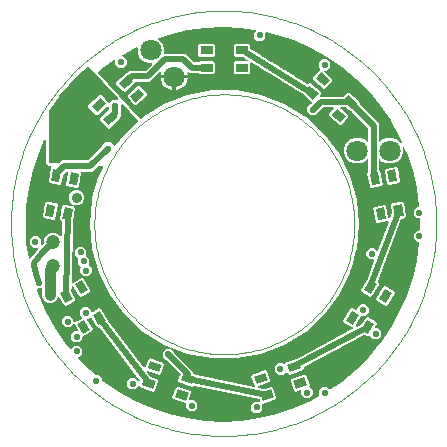
<source format=gbr>
G04 EAGLE Gerber RS-274X export*
G75*
%MOMM*%
%FSLAX35Y35*%
%LPD*%
%INcopper_top*%
%IPPOS*%
%AMOC8*
5,1,8,0,0,1.08239X$1,22.5*%
G01*
%ADD10C,0.010000*%
%ADD11C,0.050000*%
%ADD12R,1.000000X0.700000*%
%ADD13C,1.800000*%
%ADD14C,1.200000*%
%ADD15C,0.553200*%
%ADD16C,0.508000*%
%ADD17C,0.900000*%
%ADD18C,0.900000*%

G36*
X141248Y-1663019D02*
X141248Y-1663019D01*
X141497Y-1662967D01*
X141949Y-1662954D01*
X294036Y-1641739D01*
X294279Y-1641664D01*
X294728Y-1641610D01*
X444209Y-1606452D01*
X444443Y-1606355D01*
X444886Y-1606259D01*
X590486Y-1557459D01*
X590709Y-1557341D01*
X591142Y-1557205D01*
X731618Y-1495179D01*
X731830Y-1495041D01*
X732248Y-1494866D01*
X800643Y-1456769D01*
X800655Y-1456760D01*
X800669Y-1456755D01*
X801614Y-1455999D01*
X802571Y-1455240D01*
X802580Y-1455228D01*
X802591Y-1455218D01*
X803235Y-1454219D01*
X803912Y-1453177D01*
X803915Y-1453162D01*
X803923Y-1453149D01*
X804213Y-1452005D01*
X804524Y-1450793D01*
X804523Y-1450778D01*
X804527Y-1450763D01*
X804436Y-1449576D01*
X804345Y-1448339D01*
X804340Y-1448326D01*
X804338Y-1448310D01*
X803858Y-1447178D01*
X803393Y-1446070D01*
X803383Y-1446058D01*
X803378Y-1446044D01*
X802339Y-1444745D01*
X802339Y-1405258D01*
X830258Y-1377339D01*
X869741Y-1377339D01*
X889335Y-1396933D01*
X889926Y-1397358D01*
X890454Y-1397857D01*
X890917Y-1398070D01*
X891333Y-1398369D01*
X892029Y-1398584D01*
X892688Y-1398888D01*
X893196Y-1398943D01*
X893685Y-1399094D01*
X894413Y-1399075D01*
X895134Y-1399153D01*
X895632Y-1399044D01*
X896145Y-1399031D01*
X896830Y-1398781D01*
X897538Y-1398625D01*
X898151Y-1398298D01*
X898456Y-1398187D01*
X898648Y-1398034D01*
X899028Y-1397831D01*
X993686Y-1332990D01*
X993869Y-1332815D01*
X994248Y-1332566D01*
X1112387Y-1234464D01*
X1112553Y-1234273D01*
X1112907Y-1233990D01*
X1221490Y-1125407D01*
X1221638Y-1125200D01*
X1221964Y-1124887D01*
X1320066Y-1006748D01*
X1320194Y-1006529D01*
X1320490Y-1006186D01*
X1322053Y-1003903D01*
X1322055Y-1003902D01*
X1322056Y-1003900D01*
X1327273Y-996284D01*
X1327274Y-996283D01*
X1327275Y-996281D01*
X1332492Y-988664D01*
X1332493Y-988663D01*
X1332494Y-988662D01*
X1337712Y-981045D01*
X1337713Y-981044D01*
X1337713Y-981042D01*
X1342931Y-973426D01*
X1342932Y-973424D01*
X1342933Y-973423D01*
X1348150Y-965806D01*
X1348152Y-965805D01*
X1348152Y-965803D01*
X1353370Y-958187D01*
X1353371Y-958186D01*
X1353372Y-958184D01*
X1358589Y-950568D01*
X1358590Y-950566D01*
X1358591Y-950565D01*
X1363809Y-942948D01*
X1363810Y-942947D01*
X1363810Y-942946D01*
X1369028Y-935328D01*
X1369029Y-935328D01*
X1369030Y-935326D01*
X1374248Y-927709D01*
X1374248Y-927708D01*
X1374249Y-927707D01*
X1379467Y-920090D01*
X1379468Y-920089D01*
X1379468Y-920088D01*
X1384686Y-912470D01*
X1384687Y-912469D01*
X1384688Y-912468D01*
X1389906Y-904851D01*
X1389907Y-904850D01*
X1389907Y-904849D01*
X1395125Y-897232D01*
X1395126Y-897231D01*
X1395127Y-897230D01*
X1400344Y-889612D01*
X1400345Y-889611D01*
X1400346Y-889610D01*
X1405564Y-881993D01*
X1405565Y-881992D01*
X1405565Y-881991D01*
X1407272Y-879499D01*
X1407379Y-879270D01*
X1407643Y-878901D01*
X1482366Y-744748D01*
X1482452Y-744509D01*
X1482679Y-744118D01*
X1544705Y-603642D01*
X1544769Y-603396D01*
X1544959Y-602986D01*
X1593759Y-457386D01*
X1593800Y-457135D01*
X1593952Y-456709D01*
X1629110Y-307228D01*
X1629127Y-306976D01*
X1629239Y-306536D01*
X1650192Y-156333D01*
X1650174Y-155609D01*
X1650255Y-154890D01*
X1650146Y-154387D01*
X1650133Y-153872D01*
X1649887Y-153193D01*
X1649734Y-152485D01*
X1649470Y-152043D01*
X1649294Y-151559D01*
X1648844Y-150993D01*
X1648473Y-150372D01*
X1648083Y-150037D01*
X1647762Y-149634D01*
X1647155Y-149241D01*
X1646605Y-148770D01*
X1646127Y-148577D01*
X1645695Y-148298D01*
X1644995Y-148119D01*
X1644324Y-147848D01*
X1643626Y-147770D01*
X1643311Y-147689D01*
X1643069Y-147708D01*
X1642645Y-147660D01*
X1630258Y-147660D01*
X1602339Y-119741D01*
X1602339Y-80258D01*
X1630258Y-52339D01*
X1647932Y-52339D01*
X1647951Y-52336D01*
X1647970Y-52339D01*
X1649193Y-52133D01*
X1650361Y-51942D01*
X1650377Y-51933D01*
X1650396Y-51930D01*
X1651470Y-51355D01*
X1652536Y-50791D01*
X1652549Y-50777D01*
X1652566Y-50768D01*
X1653371Y-49912D01*
X1654231Y-49008D01*
X1654239Y-48990D01*
X1654252Y-48976D01*
X1654748Y-47897D01*
X1655269Y-46776D01*
X1655271Y-46757D01*
X1655279Y-46740D01*
X1655543Y-45072D01*
X1657611Y-352D01*
X1657582Y-100D01*
X1657611Y352D01*
X1655543Y45072D01*
X1655539Y45091D01*
X1655542Y45109D01*
X1655287Y46283D01*
X1655034Y47479D01*
X1655025Y47496D01*
X1655021Y47514D01*
X1654400Y48555D01*
X1653784Y49599D01*
X1653770Y49612D01*
X1653760Y49628D01*
X1652827Y50428D01*
X1651924Y51210D01*
X1651907Y51217D01*
X1651892Y51230D01*
X1650746Y51693D01*
X1649647Y52144D01*
X1649628Y52145D01*
X1649611Y52152D01*
X1647932Y52339D01*
X1630258Y52339D01*
X1602339Y80258D01*
X1602339Y119741D01*
X1630258Y147660D01*
X1642645Y147660D01*
X1643360Y147777D01*
X1644082Y147797D01*
X1644565Y147975D01*
X1645074Y148058D01*
X1645713Y148396D01*
X1646392Y148645D01*
X1646794Y148968D01*
X1647249Y149208D01*
X1647748Y149734D01*
X1648311Y150186D01*
X1648588Y150618D01*
X1648944Y150992D01*
X1649249Y151648D01*
X1649640Y152257D01*
X1649765Y152758D01*
X1649982Y153223D01*
X1650062Y153942D01*
X1650238Y154644D01*
X1650219Y155347D01*
X1650255Y155669D01*
X1650203Y155906D01*
X1650192Y156333D01*
X1629239Y306536D01*
X1629164Y306779D01*
X1629110Y307228D01*
X1593952Y456709D01*
X1593855Y456943D01*
X1593759Y457386D01*
X1544959Y602986D01*
X1544888Y603122D01*
X1544860Y603249D01*
X1544794Y603360D01*
X1544705Y603642D01*
X1524590Y649198D01*
X1524106Y649940D01*
X1523691Y650725D01*
X1523437Y650966D01*
X1523245Y651260D01*
X1522551Y651808D01*
X1521907Y652420D01*
X1521589Y652568D01*
X1521314Y652785D01*
X1520480Y653083D01*
X1519676Y653458D01*
X1519328Y653496D01*
X1518998Y653615D01*
X1518110Y653632D01*
X1517230Y653730D01*
X1516888Y653656D01*
X1516537Y653663D01*
X1515690Y653397D01*
X1514825Y653209D01*
X1514525Y653030D01*
X1514190Y652925D01*
X1513473Y652403D01*
X1512712Y651949D01*
X1512483Y651683D01*
X1512200Y651477D01*
X1511689Y650756D01*
X1511110Y650081D01*
X1510978Y649755D01*
X1510776Y649470D01*
X1510520Y648623D01*
X1510188Y647799D01*
X1510138Y647355D01*
X1510065Y647114D01*
X1510075Y646794D01*
X1510000Y646121D01*
X1510000Y603119D01*
X1493254Y562690D01*
X1462310Y531746D01*
X1421880Y514999D01*
X1378119Y514999D01*
X1337690Y531746D01*
X1321500Y547936D01*
X1320918Y548354D01*
X1320399Y548847D01*
X1319925Y549068D01*
X1319502Y549372D01*
X1318818Y549583D01*
X1318168Y549885D01*
X1317650Y549943D01*
X1317150Y550097D01*
X1316433Y550078D01*
X1315723Y550158D01*
X1315213Y550048D01*
X1314690Y550034D01*
X1314016Y549788D01*
X1313318Y549637D01*
X1312869Y549370D01*
X1312378Y549190D01*
X1311818Y548743D01*
X1311204Y548377D01*
X1310864Y547980D01*
X1310456Y547654D01*
X1310069Y547053D01*
X1309602Y546508D01*
X1309406Y546023D01*
X1309124Y545585D01*
X1308948Y544892D01*
X1308680Y544227D01*
X1308600Y543516D01*
X1308520Y543199D01*
X1308538Y542962D01*
X1308493Y542548D01*
X1308493Y463066D01*
X1308508Y462969D01*
X1308503Y462916D01*
X1308547Y462713D01*
X1308523Y462388D01*
X1308745Y461520D01*
X1308890Y460637D01*
X1309049Y460336D01*
X1309134Y460004D01*
X1309623Y459252D01*
X1310041Y458462D01*
X1310288Y458227D01*
X1310474Y457940D01*
X1311742Y456824D01*
X1319136Y451647D01*
X1339378Y336849D01*
X1329874Y323277D01*
X1244621Y308245D01*
X1231048Y317748D01*
X1221450Y372185D01*
X1221368Y372418D01*
X1221349Y372665D01*
X1220963Y373574D01*
X1220637Y374508D01*
X1220485Y374703D01*
X1220388Y374930D01*
X1219334Y376250D01*
X1217692Y377892D01*
X1217692Y392831D01*
X1217640Y393148D01*
X1217576Y394154D01*
X1210807Y432546D01*
X1216313Y440411D01*
X1216420Y440633D01*
X1216582Y440821D01*
X1216953Y441740D01*
X1217381Y442628D01*
X1217412Y442873D01*
X1217504Y443103D01*
X1217692Y444781D01*
X1217692Y543733D01*
X1217576Y544440D01*
X1217558Y545155D01*
X1217378Y545646D01*
X1217294Y546161D01*
X1216960Y546793D01*
X1216714Y547467D01*
X1216387Y547876D01*
X1216143Y548337D01*
X1215624Y548830D01*
X1215178Y549389D01*
X1214739Y549671D01*
X1214360Y550032D01*
X1213709Y550334D01*
X1213108Y550721D01*
X1212602Y550849D01*
X1212128Y551069D01*
X1211417Y551149D01*
X1210723Y551324D01*
X1210202Y551284D01*
X1209683Y551342D01*
X1208984Y551191D01*
X1208269Y551136D01*
X1207788Y550932D01*
X1207278Y550821D01*
X1206663Y550455D01*
X1206004Y550175D01*
X1205444Y549728D01*
X1205164Y549561D01*
X1205010Y549381D01*
X1204684Y549121D01*
X1187310Y531746D01*
X1146880Y514999D01*
X1103119Y514999D01*
X1062690Y531746D01*
X1031746Y562690D01*
X1014999Y603119D01*
X1014999Y646880D01*
X1031746Y687310D01*
X1062690Y718254D01*
X1103119Y735000D01*
X1146880Y735000D01*
X1187310Y718254D01*
X1204684Y700879D01*
X1205266Y700461D01*
X1205785Y699968D01*
X1206259Y699748D01*
X1206683Y699443D01*
X1207367Y699232D01*
X1208016Y698930D01*
X1208534Y698873D01*
X1209034Y698718D01*
X1209751Y698737D01*
X1210462Y698658D01*
X1210971Y698768D01*
X1211494Y698781D01*
X1212168Y699027D01*
X1212867Y699178D01*
X1213315Y699446D01*
X1213806Y699625D01*
X1214366Y700072D01*
X1214980Y700439D01*
X1215320Y700835D01*
X1215728Y701162D01*
X1216115Y701762D01*
X1216582Y702307D01*
X1216778Y702793D01*
X1217060Y703231D01*
X1217236Y703924D01*
X1217504Y704588D01*
X1217584Y705300D01*
X1217664Y705616D01*
X1217646Y705854D01*
X1217692Y706267D01*
X1217692Y814097D01*
X1217680Y814169D01*
X1217682Y814186D01*
X1217663Y814275D01*
X1217545Y814992D01*
X1217475Y815899D01*
X1217347Y816202D01*
X1217294Y816525D01*
X1216870Y817328D01*
X1216514Y818165D01*
X1216255Y818490D01*
X1216143Y818700D01*
X1215907Y818925D01*
X1215460Y819484D01*
X1080528Y954416D01*
X1080523Y954421D01*
X1080519Y954426D01*
X1079555Y955116D01*
X1078530Y955853D01*
X1078524Y955854D01*
X1078518Y955858D01*
X1077338Y956220D01*
X1076178Y956577D01*
X1076172Y956577D01*
X1076165Y956579D01*
X1074477Y956619D01*
X1072410Y956438D01*
X1033781Y988852D01*
X1033283Y989147D01*
X1032843Y989525D01*
X1032232Y989772D01*
X1031665Y990108D01*
X1031099Y990230D01*
X1030562Y990447D01*
X1029575Y990557D01*
X1029259Y990625D01*
X1029114Y990609D01*
X1028883Y990634D01*
X990362Y990634D01*
X989333Y990466D01*
X988293Y990348D01*
X988120Y990268D01*
X987934Y990237D01*
X987012Y989749D01*
X986064Y989306D01*
X985927Y989175D01*
X985758Y989086D01*
X985036Y988326D01*
X984283Y987608D01*
X984195Y987441D01*
X984063Y987303D01*
X983622Y986353D01*
X983136Y985431D01*
X983106Y985243D01*
X983026Y985071D01*
X982910Y984034D01*
X982743Y983002D01*
X982774Y982814D01*
X982753Y982626D01*
X982973Y981607D01*
X983144Y980574D01*
X983234Y980406D01*
X983274Y980221D01*
X983808Y979324D01*
X984299Y978401D01*
X984459Y978233D01*
X984534Y978107D01*
X984780Y977897D01*
X985465Y977178D01*
X1046699Y925797D01*
X1048143Y909291D01*
X992498Y842975D01*
X975992Y841531D01*
X886695Y916460D01*
X885251Y932966D01*
X923138Y978117D01*
X923335Y978448D01*
X923600Y978728D01*
X923960Y979500D01*
X924395Y980233D01*
X924476Y980610D01*
X924638Y980959D01*
X924733Y981805D01*
X924912Y982639D01*
X924868Y983022D01*
X924911Y983404D01*
X924731Y984237D01*
X924635Y985084D01*
X924472Y985433D01*
X924390Y985809D01*
X923954Y986540D01*
X923593Y987313D01*
X923327Y987593D01*
X923130Y987923D01*
X922482Y988478D01*
X921894Y989094D01*
X921555Y989273D01*
X921262Y989525D01*
X920470Y989845D01*
X919717Y990241D01*
X919337Y990303D01*
X918980Y990447D01*
X917302Y990634D01*
X837997Y990634D01*
X837101Y990488D01*
X836194Y990418D01*
X835891Y990290D01*
X835568Y990237D01*
X834766Y989813D01*
X833928Y989457D01*
X833603Y989198D01*
X833393Y989086D01*
X833168Y988850D01*
X832609Y988403D01*
X799892Y955686D01*
X799362Y954948D01*
X798770Y954258D01*
X798647Y953954D01*
X798456Y953688D01*
X798188Y952819D01*
X797848Y951977D01*
X797802Y951564D01*
X797731Y951336D01*
X797740Y951009D01*
X797660Y950298D01*
X797660Y950258D01*
X769741Y922339D01*
X730258Y922339D01*
X702339Y950258D01*
X702339Y989741D01*
X730258Y1017660D01*
X730298Y1017660D01*
X731193Y1017807D01*
X732101Y1017877D01*
X732404Y1018005D01*
X732727Y1018058D01*
X733528Y1018482D01*
X734366Y1018837D01*
X734691Y1019097D01*
X734902Y1019208D01*
X735127Y1019445D01*
X735686Y1019892D01*
X742465Y1026671D01*
X742774Y1027101D01*
X743157Y1027466D01*
X743487Y1028093D01*
X743901Y1028669D01*
X744057Y1029175D01*
X744303Y1029643D01*
X744417Y1030343D01*
X744626Y1031021D01*
X744612Y1031550D01*
X744697Y1032072D01*
X744581Y1032771D01*
X744563Y1033481D01*
X744381Y1033978D01*
X744295Y1034500D01*
X743962Y1035126D01*
X743719Y1035792D01*
X743388Y1036206D01*
X743140Y1036673D01*
X742366Y1037485D01*
X742183Y1037714D01*
X742091Y1037773D01*
X741975Y1037895D01*
X654720Y1111111D01*
X654433Y1111281D01*
X653814Y1111763D01*
X644552Y1117462D01*
X644550Y1117463D01*
X632166Y1125081D01*
X632165Y1125082D01*
X632164Y1125082D01*
X607394Y1140320D01*
X607393Y1140321D01*
X570237Y1163178D01*
X570236Y1163179D01*
X533080Y1186036D01*
X533079Y1186037D01*
X495923Y1208894D01*
X495922Y1208895D01*
X458766Y1231752D01*
X458765Y1231753D01*
X458764Y1231753D01*
X433994Y1246991D01*
X433993Y1246992D01*
X421608Y1254610D01*
X421608Y1254611D01*
X421607Y1254611D01*
X396837Y1269849D01*
X396836Y1269850D01*
X384451Y1277468D01*
X384451Y1277469D01*
X384450Y1277469D01*
X359679Y1292708D01*
X359678Y1292708D01*
X347294Y1300327D01*
X347293Y1300327D01*
X347293Y1300328D01*
X322523Y1315566D01*
X322521Y1315566D01*
X310137Y1323185D01*
X310136Y1323185D01*
X310135Y1323186D01*
X285365Y1338424D01*
X285364Y1338424D01*
X272980Y1346043D01*
X272979Y1346043D01*
X272978Y1346044D01*
X248208Y1361282D01*
X248207Y1361283D01*
X235823Y1368901D01*
X235822Y1368902D01*
X235821Y1368902D01*
X231612Y1371491D01*
X230635Y1371892D01*
X229676Y1372338D01*
X229500Y1372358D01*
X229335Y1372425D01*
X228278Y1372494D01*
X227230Y1372611D01*
X227057Y1372573D01*
X226880Y1372585D01*
X225858Y1372314D01*
X224825Y1372090D01*
X224673Y1371999D01*
X224501Y1371953D01*
X223619Y1371371D01*
X222712Y1370830D01*
X222597Y1370695D01*
X222448Y1370597D01*
X221798Y1369764D01*
X221110Y1368962D01*
X221043Y1368796D01*
X220934Y1368657D01*
X220584Y1367662D01*
X220188Y1366680D01*
X220163Y1366465D01*
X220118Y1366336D01*
X220114Y1366018D01*
X220000Y1365002D01*
X220000Y1281716D01*
X208284Y1269999D01*
X91716Y1269999D01*
X79999Y1281716D01*
X79999Y1368284D01*
X91716Y1380000D01*
X190853Y1380000D01*
X191220Y1380061D01*
X191593Y1380036D01*
X192429Y1380258D01*
X193281Y1380398D01*
X193610Y1380572D01*
X193971Y1380668D01*
X194693Y1381144D01*
X195456Y1381548D01*
X195713Y1381818D01*
X196024Y1382024D01*
X196555Y1382705D01*
X197151Y1383332D01*
X197309Y1383671D01*
X197538Y1383964D01*
X197824Y1384780D01*
X198189Y1385563D01*
X198230Y1385934D01*
X198354Y1386286D01*
X198366Y1387150D01*
X198462Y1388009D01*
X198383Y1388373D01*
X198388Y1388746D01*
X198124Y1389569D01*
X197941Y1390414D01*
X197750Y1390734D01*
X197636Y1391089D01*
X197123Y1391785D01*
X196681Y1392528D01*
X196398Y1392770D01*
X196176Y1393071D01*
X194845Y1394109D01*
X194813Y1394129D01*
X194812Y1394130D01*
X186280Y1399378D01*
X186279Y1399379D01*
X186278Y1399379D01*
X173893Y1406998D01*
X173892Y1406999D01*
X154595Y1418870D01*
X154578Y1418877D01*
X154563Y1418890D01*
X153424Y1419350D01*
X152318Y1419804D01*
X152299Y1419805D01*
X152281Y1419812D01*
X150603Y1419999D01*
X91716Y1419999D01*
X79999Y1431716D01*
X79999Y1518284D01*
X91716Y1530000D01*
X208284Y1530000D01*
X220000Y1518284D01*
X220000Y1489499D01*
X220092Y1488939D01*
X220084Y1488373D01*
X220289Y1487733D01*
X220398Y1487071D01*
X220663Y1486570D01*
X220836Y1486029D01*
X221235Y1485489D01*
X221548Y1484895D01*
X221959Y1484505D01*
X222296Y1484048D01*
X223100Y1483421D01*
X223332Y1483200D01*
X223458Y1483142D01*
X223628Y1483009D01*
X232108Y1477793D01*
X232108Y1477792D01*
X232109Y1477792D01*
X269265Y1454935D01*
X269265Y1454934D01*
X269266Y1454934D01*
X306422Y1432077D01*
X306423Y1432076D01*
X331194Y1416838D01*
X331194Y1416837D01*
X331195Y1416837D01*
X343579Y1409218D01*
X343580Y1409218D01*
X343581Y1409218D01*
X368351Y1393979D01*
X368352Y1393979D01*
X380736Y1386360D01*
X380737Y1386360D01*
X380738Y1386359D01*
X405508Y1371122D01*
X405508Y1371121D01*
X405509Y1371121D01*
X442665Y1348263D01*
X442666Y1348263D01*
X467437Y1333024D01*
X467438Y1333024D01*
X479822Y1325405D01*
X479823Y1325405D01*
X479824Y1325404D01*
X504594Y1310166D01*
X504595Y1310166D01*
X516979Y1302547D01*
X516980Y1302547D01*
X516981Y1302546D01*
X541751Y1287308D01*
X541752Y1287308D01*
X578908Y1264450D01*
X578909Y1264450D01*
X578909Y1264449D01*
X616065Y1241592D01*
X616066Y1241592D01*
X616067Y1241591D01*
X640837Y1226353D01*
X640838Y1226353D01*
X653223Y1218734D01*
X653223Y1218733D01*
X653224Y1218733D01*
X677994Y1203495D01*
X677995Y1203494D01*
X690379Y1195876D01*
X690380Y1195875D01*
X690381Y1195875D01*
X700513Y1189642D01*
X701318Y1189312D01*
X702090Y1188905D01*
X702452Y1188847D01*
X702790Y1188708D01*
X703660Y1188651D01*
X704520Y1188512D01*
X704880Y1188572D01*
X705246Y1188548D01*
X706088Y1188772D01*
X706948Y1188914D01*
X707271Y1189086D01*
X707624Y1189180D01*
X708350Y1189659D01*
X709121Y1190069D01*
X709460Y1190393D01*
X709677Y1190536D01*
X709871Y1190784D01*
X710343Y1191234D01*
X711084Y1192118D01*
X727589Y1193562D01*
X816886Y1118633D01*
X818330Y1102127D01*
X811470Y1093953D01*
X811274Y1093622D01*
X811008Y1093342D01*
X810649Y1092570D01*
X810213Y1091837D01*
X810133Y1091459D01*
X809970Y1091111D01*
X809876Y1090265D01*
X809697Y1089431D01*
X809740Y1089048D01*
X809698Y1088665D01*
X809878Y1087833D01*
X809974Y1086986D01*
X810137Y1086636D01*
X810218Y1086260D01*
X810654Y1085529D01*
X811016Y1084756D01*
X811282Y1084477D01*
X811479Y1084147D01*
X812125Y1083593D01*
X812714Y1082975D01*
X813054Y1082796D01*
X813347Y1082545D01*
X814138Y1082225D01*
X814891Y1081828D01*
X815271Y1081767D01*
X815628Y1081623D01*
X817307Y1081435D01*
X1006279Y1081435D01*
X1006286Y1081436D01*
X1006293Y1081435D01*
X1007575Y1081648D01*
X1008708Y1081833D01*
X1008713Y1081836D01*
X1008721Y1081837D01*
X1009851Y1082438D01*
X1010883Y1082983D01*
X1010888Y1082988D01*
X1010894Y1082992D01*
X1012116Y1084157D01*
X1037315Y1114188D01*
X1053821Y1115632D01*
X1143118Y1040703D01*
X1144837Y1021053D01*
X1144969Y1020532D01*
X1145016Y1019916D01*
X1145018Y1019913D01*
X1145018Y1019908D01*
X1145295Y1019255D01*
X1145444Y1018668D01*
X1145730Y1018225D01*
X1145974Y1017650D01*
X1145977Y1017646D01*
X1145979Y1017642D01*
X1146653Y1016799D01*
X1146780Y1016602D01*
X1146863Y1016536D01*
X1147033Y1016323D01*
X1279666Y883690D01*
X1308493Y854864D01*
X1308493Y707451D01*
X1308608Y706744D01*
X1308627Y706029D01*
X1308806Y705538D01*
X1308890Y705023D01*
X1309224Y704391D01*
X1309470Y703717D01*
X1309797Y703308D01*
X1310041Y702848D01*
X1310560Y702354D01*
X1311007Y701795D01*
X1311445Y701513D01*
X1311824Y701153D01*
X1312475Y700850D01*
X1313076Y700463D01*
X1313582Y700335D01*
X1314056Y700115D01*
X1314767Y700035D01*
X1315461Y699860D01*
X1315983Y699900D01*
X1316501Y699842D01*
X1317200Y699993D01*
X1317915Y700048D01*
X1318397Y700253D01*
X1318906Y700363D01*
X1319521Y700729D01*
X1320180Y701009D01*
X1320740Y701456D01*
X1321020Y701623D01*
X1321174Y701803D01*
X1321500Y702063D01*
X1337690Y718254D01*
X1378119Y735000D01*
X1421880Y735000D01*
X1462310Y718254D01*
X1490411Y690153D01*
X1491275Y689532D01*
X1492105Y688877D01*
X1492268Y688818D01*
X1492410Y688716D01*
X1493425Y688403D01*
X1494421Y688047D01*
X1494595Y688043D01*
X1494761Y687992D01*
X1495820Y688019D01*
X1496882Y687998D01*
X1497048Y688051D01*
X1497221Y688055D01*
X1498216Y688418D01*
X1499229Y688737D01*
X1499369Y688839D01*
X1499533Y688898D01*
X1500363Y689562D01*
X1501218Y690185D01*
X1501319Y690326D01*
X1501455Y690435D01*
X1502029Y691327D01*
X1502643Y692191D01*
X1502693Y692358D01*
X1502787Y692504D01*
X1503047Y693532D01*
X1503353Y694547D01*
X1503348Y694721D01*
X1503391Y694890D01*
X1503309Y695949D01*
X1503276Y697007D01*
X1503213Y697208D01*
X1503202Y697343D01*
X1503078Y697635D01*
X1502769Y698618D01*
X1482679Y744118D01*
X1482541Y744330D01*
X1482366Y744748D01*
X1407643Y878901D01*
X1407485Y879100D01*
X1407272Y879499D01*
X1320490Y1006186D01*
X1320315Y1006369D01*
X1320066Y1006748D01*
X1221964Y1124887D01*
X1221773Y1125053D01*
X1221490Y1125407D01*
X1112907Y1233990D01*
X1112700Y1234138D01*
X1112387Y1234464D01*
X994248Y1332566D01*
X994029Y1332694D01*
X993686Y1332990D01*
X866999Y1419772D01*
X866770Y1419879D01*
X866401Y1420143D01*
X732248Y1494866D01*
X732009Y1494952D01*
X731618Y1495179D01*
X591142Y1557205D01*
X590896Y1557269D01*
X590486Y1557459D01*
X444886Y1606259D01*
X444635Y1606300D01*
X444209Y1606452D01*
X357024Y1626958D01*
X355954Y1627031D01*
X354890Y1627150D01*
X354732Y1627116D01*
X354569Y1627127D01*
X353531Y1626856D01*
X352485Y1626629D01*
X352346Y1626546D01*
X352188Y1626505D01*
X351292Y1625918D01*
X350372Y1625369D01*
X350266Y1625245D01*
X350130Y1625156D01*
X349470Y1624317D01*
X348770Y1623501D01*
X348709Y1623349D01*
X348609Y1623222D01*
X348250Y1622214D01*
X347848Y1621219D01*
X347826Y1621023D01*
X347783Y1620904D01*
X347778Y1620593D01*
X347660Y1619541D01*
X347660Y1580258D01*
X319741Y1552339D01*
X280258Y1552339D01*
X252339Y1580258D01*
X252339Y1619741D01*
X265929Y1633330D01*
X266039Y1633484D01*
X266187Y1633602D01*
X266754Y1634479D01*
X267365Y1635328D01*
X267420Y1635509D01*
X267523Y1635668D01*
X267782Y1636681D01*
X268089Y1637680D01*
X268085Y1637869D01*
X268131Y1638053D01*
X268053Y1639094D01*
X268027Y1640140D01*
X267962Y1640318D01*
X267948Y1640507D01*
X267542Y1641469D01*
X267183Y1642452D01*
X267065Y1642600D01*
X266991Y1642774D01*
X266299Y1643558D01*
X265646Y1644374D01*
X265488Y1644476D01*
X265362Y1644618D01*
X264454Y1645142D01*
X263577Y1645706D01*
X263395Y1645753D01*
X263230Y1645847D01*
X261594Y1646264D01*
X141949Y1662954D01*
X141696Y1662948D01*
X141248Y1663019D01*
X-12148Y1670111D01*
X-12400Y1670082D01*
X-12852Y1670111D01*
X-166248Y1663019D01*
X-166497Y1662967D01*
X-166949Y1662954D01*
X-319036Y1641739D01*
X-319279Y1641664D01*
X-319728Y1641610D01*
X-469209Y1606452D01*
X-469443Y1606355D01*
X-469886Y1606259D01*
X-556190Y1577333D01*
X-556827Y1576997D01*
X-557503Y1576750D01*
X-557908Y1576427D01*
X-558367Y1576184D01*
X-558863Y1575663D01*
X-559425Y1575214D01*
X-559706Y1574778D01*
X-560063Y1574402D01*
X-560368Y1573749D01*
X-560757Y1573145D01*
X-560884Y1572643D01*
X-561104Y1572172D01*
X-561184Y1571457D01*
X-561361Y1570759D01*
X-561321Y1570241D01*
X-561379Y1569727D01*
X-561228Y1569024D01*
X-561172Y1568306D01*
X-560970Y1567828D01*
X-560860Y1567321D01*
X-560492Y1566702D01*
X-560211Y1566040D01*
X-559768Y1565485D01*
X-559602Y1565206D01*
X-559420Y1565050D01*
X-559157Y1564721D01*
X-531746Y1537310D01*
X-514999Y1496880D01*
X-514999Y1453020D01*
X-514968Y1452826D01*
X-514989Y1452630D01*
X-514769Y1451615D01*
X-514602Y1450591D01*
X-514510Y1450418D01*
X-514468Y1450225D01*
X-513936Y1449333D01*
X-513451Y1448416D01*
X-513309Y1448280D01*
X-513208Y1448112D01*
X-512421Y1447437D01*
X-511668Y1446721D01*
X-511489Y1446638D01*
X-511340Y1446510D01*
X-510376Y1446120D01*
X-509436Y1445683D01*
X-509241Y1445661D01*
X-509058Y1445588D01*
X-507380Y1445400D01*
X-331194Y1445400D01*
X-258426Y1372632D01*
X-257688Y1372102D01*
X-256998Y1371510D01*
X-256694Y1371387D01*
X-256428Y1371196D01*
X-255559Y1370928D01*
X-254717Y1370588D01*
X-254304Y1370542D01*
X-254076Y1370471D01*
X-253749Y1370480D01*
X-253038Y1370400D01*
X-221040Y1370400D01*
X-220145Y1370547D01*
X-219238Y1370617D01*
X-218935Y1370745D01*
X-218612Y1370798D01*
X-217809Y1371222D01*
X-216972Y1371578D01*
X-216647Y1371837D01*
X-216437Y1371948D01*
X-216212Y1372185D01*
X-215653Y1372632D01*
X-208284Y1380000D01*
X-91716Y1380000D01*
X-79999Y1368284D01*
X-79999Y1281716D01*
X-91716Y1269999D01*
X-208284Y1269999D01*
X-215653Y1277368D01*
X-216391Y1277898D01*
X-217080Y1278490D01*
X-217385Y1278613D01*
X-217651Y1278804D01*
X-218520Y1279072D01*
X-219362Y1279412D01*
X-219774Y1279458D01*
X-220003Y1279528D01*
X-220329Y1279520D01*
X-221040Y1279599D01*
X-293806Y1279599D01*
X-300209Y1286003D01*
X-300759Y1286398D01*
X-301246Y1286871D01*
X-301753Y1287113D01*
X-302207Y1287439D01*
X-302854Y1287639D01*
X-303467Y1287931D01*
X-304023Y1287999D01*
X-304559Y1288164D01*
X-305238Y1288147D01*
X-305909Y1288228D01*
X-306457Y1288116D01*
X-307019Y1288101D01*
X-307657Y1287868D01*
X-308319Y1287732D01*
X-308803Y1287450D01*
X-309331Y1287258D01*
X-309860Y1286834D01*
X-310446Y1286493D01*
X-310815Y1286071D01*
X-311253Y1285721D01*
X-311620Y1285152D01*
X-312066Y1284641D01*
X-312281Y1284124D01*
X-312585Y1283652D01*
X-312751Y1282995D01*
X-313012Y1282369D01*
X-313051Y1281810D01*
X-313188Y1281266D01*
X-313137Y1280591D01*
X-313184Y1279915D01*
X-313026Y1279146D01*
X-313000Y1278813D01*
X-312916Y1278616D01*
X-312843Y1278260D01*
X-312441Y1277023D01*
X-310574Y1265239D01*
X-417378Y1265239D01*
X-417573Y1265207D01*
X-417768Y1265229D01*
X-418783Y1265009D01*
X-419807Y1264841D01*
X-419980Y1264749D01*
X-420173Y1264708D01*
X-421065Y1264176D01*
X-421982Y1263691D01*
X-422118Y1263548D01*
X-422286Y1263448D01*
X-422961Y1262660D01*
X-423677Y1261907D01*
X-423760Y1261729D01*
X-423888Y1261579D01*
X-424278Y1260615D01*
X-424715Y1259676D01*
X-424737Y1259481D01*
X-424811Y1259298D01*
X-424998Y1257619D01*
X-424998Y1249998D01*
X-425002Y1249998D01*
X-425002Y1257619D01*
X-425034Y1257813D01*
X-425012Y1258009D01*
X-425232Y1259024D01*
X-425399Y1260048D01*
X-425491Y1260221D01*
X-425533Y1260414D01*
X-426065Y1261306D01*
X-426550Y1262223D01*
X-426693Y1262359D01*
X-426793Y1262527D01*
X-427580Y1263202D01*
X-428334Y1263918D01*
X-428512Y1264001D01*
X-428661Y1264129D01*
X-429625Y1264519D01*
X-430565Y1264956D01*
X-430760Y1264978D01*
X-430943Y1265052D01*
X-432621Y1265239D01*
X-539425Y1265239D01*
X-537559Y1277023D01*
X-537073Y1278518D01*
X-536971Y1279187D01*
X-536771Y1279835D01*
X-536785Y1280395D01*
X-536700Y1280950D01*
X-536817Y1281618D01*
X-536834Y1282295D01*
X-537026Y1282822D01*
X-537123Y1283374D01*
X-537445Y1283969D01*
X-537678Y1284606D01*
X-538028Y1285044D01*
X-538295Y1285538D01*
X-538791Y1285999D01*
X-539214Y1286528D01*
X-539685Y1286832D01*
X-540096Y1287214D01*
X-540714Y1287494D01*
X-541283Y1287861D01*
X-541826Y1287998D01*
X-542338Y1288230D01*
X-543012Y1288298D01*
X-543669Y1288464D01*
X-544228Y1288421D01*
X-544786Y1288478D01*
X-545446Y1288328D01*
X-546122Y1288276D01*
X-546639Y1288056D01*
X-547186Y1287932D01*
X-547764Y1287579D01*
X-548388Y1287315D01*
X-549001Y1286825D01*
X-549286Y1286651D01*
X-549424Y1286487D01*
X-549707Y1286260D01*
X-627497Y1208471D01*
X-745508Y1208471D01*
X-746586Y1208294D01*
X-747674Y1208156D01*
X-747799Y1208096D01*
X-747936Y1208073D01*
X-748902Y1207562D01*
X-749889Y1207085D01*
X-749988Y1206988D01*
X-750111Y1206923D01*
X-750868Y1206126D01*
X-751647Y1205363D01*
X-751710Y1205240D01*
X-751806Y1205139D01*
X-752268Y1204146D01*
X-752765Y1203171D01*
X-752798Y1203005D01*
X-752844Y1202908D01*
X-752876Y1202618D01*
X-753098Y1201515D01*
X-753300Y1199203D01*
X-842597Y1124274D01*
X-859102Y1125718D01*
X-914748Y1192034D01*
X-913304Y1208539D01*
X-824008Y1283468D01*
X-821941Y1283287D01*
X-821934Y1283288D01*
X-821928Y1283286D01*
X-820661Y1283383D01*
X-819487Y1283471D01*
X-819481Y1283474D01*
X-819474Y1283474D01*
X-818285Y1283978D01*
X-817220Y1284428D01*
X-817215Y1284433D01*
X-817208Y1284435D01*
X-815889Y1285490D01*
X-802108Y1299272D01*
X-668264Y1299272D01*
X-667368Y1299418D01*
X-666461Y1299488D01*
X-666158Y1299616D01*
X-665835Y1299669D01*
X-665033Y1300093D01*
X-664195Y1300449D01*
X-663870Y1300708D01*
X-663660Y1300820D01*
X-663435Y1301056D01*
X-662876Y1301503D01*
X-612387Y1351992D01*
X-611968Y1352574D01*
X-611476Y1353093D01*
X-611256Y1353566D01*
X-610950Y1353990D01*
X-610739Y1354676D01*
X-610438Y1355324D01*
X-610380Y1355842D01*
X-610226Y1356342D01*
X-610244Y1357059D01*
X-610165Y1357769D01*
X-610275Y1358279D01*
X-610289Y1358802D01*
X-610535Y1359476D01*
X-610686Y1360174D01*
X-610953Y1360623D01*
X-611133Y1361114D01*
X-611580Y1361673D01*
X-611946Y1362288D01*
X-612343Y1362628D01*
X-612669Y1363036D01*
X-613270Y1363423D01*
X-613814Y1363890D01*
X-614300Y1364086D01*
X-614738Y1364368D01*
X-615431Y1364543D01*
X-616096Y1364812D01*
X-616807Y1364892D01*
X-617124Y1364972D01*
X-617361Y1364953D01*
X-617774Y1364999D01*
X-646880Y1364999D01*
X-687310Y1381746D01*
X-718254Y1412690D01*
X-735000Y1453119D01*
X-735000Y1493031D01*
X-735088Y1493568D01*
X-735078Y1494113D01*
X-735286Y1494775D01*
X-735398Y1495459D01*
X-735653Y1495940D01*
X-735816Y1496460D01*
X-736224Y1497021D01*
X-736548Y1497634D01*
X-736943Y1498010D01*
X-737264Y1498450D01*
X-737829Y1498851D01*
X-738332Y1499329D01*
X-738827Y1499560D01*
X-739271Y1499874D01*
X-739934Y1500074D01*
X-740563Y1500367D01*
X-741105Y1500428D01*
X-741627Y1500585D01*
X-742320Y1500563D01*
X-743009Y1500640D01*
X-743542Y1500525D01*
X-744086Y1500508D01*
X-745116Y1500183D01*
X-745414Y1500119D01*
X-745517Y1500058D01*
X-745697Y1500001D01*
X-756618Y1495179D01*
X-756830Y1495041D01*
X-757248Y1494866D01*
X-861250Y1436936D01*
X-861672Y1436602D01*
X-862147Y1436351D01*
X-862630Y1435843D01*
X-863179Y1435407D01*
X-863471Y1434957D01*
X-863842Y1434567D01*
X-864138Y1433931D01*
X-864519Y1433343D01*
X-864653Y1432823D01*
X-864879Y1432336D01*
X-864957Y1431641D01*
X-865132Y1430960D01*
X-865093Y1430423D01*
X-865152Y1429890D01*
X-865004Y1429206D01*
X-864953Y1428506D01*
X-864745Y1428011D01*
X-864631Y1427485D01*
X-864272Y1426883D01*
X-864001Y1426237D01*
X-863646Y1425833D01*
X-863371Y1425372D01*
X-862839Y1424916D01*
X-862376Y1424389D01*
X-861911Y1424120D01*
X-861503Y1423770D01*
X-860853Y1423507D01*
X-860246Y1423156D01*
X-859719Y1423049D01*
X-859221Y1422848D01*
X-858128Y1422726D01*
X-857835Y1422666D01*
X-857721Y1422680D01*
X-857543Y1422660D01*
X-855258Y1422660D01*
X-827339Y1394741D01*
X-827339Y1355258D01*
X-855258Y1327339D01*
X-894741Y1327339D01*
X-922660Y1355258D01*
X-922660Y1384313D01*
X-922662Y1384325D01*
X-922660Y1384336D01*
X-922862Y1385545D01*
X-923058Y1386742D01*
X-923063Y1386752D01*
X-923065Y1386763D01*
X-923646Y1387854D01*
X-924208Y1388917D01*
X-924217Y1388925D01*
X-924222Y1388935D01*
X-925093Y1389758D01*
X-925992Y1390612D01*
X-926003Y1390617D01*
X-926011Y1390625D01*
X-927107Y1391131D01*
X-928223Y1391650D01*
X-928234Y1391651D01*
X-928245Y1391656D01*
X-929477Y1391790D01*
X-930669Y1391923D01*
X-930680Y1391920D01*
X-930692Y1391922D01*
X-931849Y1391667D01*
X-933074Y1391402D01*
X-933084Y1391396D01*
X-933095Y1391393D01*
X-934586Y1390599D01*
X-1018686Y1332990D01*
X-1018869Y1332814D01*
X-1019248Y1332566D01*
X-1066246Y1293538D01*
X-1066487Y1293261D01*
X-1066783Y1293047D01*
X-1067289Y1292338D01*
X-1067861Y1291681D01*
X-1068001Y1291342D01*
X-1068213Y1291044D01*
X-1068467Y1290210D01*
X-1068799Y1289406D01*
X-1068823Y1289040D01*
X-1068930Y1288690D01*
X-1068905Y1287819D01*
X-1068963Y1286950D01*
X-1068870Y1286597D01*
X-1068860Y1286230D01*
X-1068558Y1285411D01*
X-1068337Y1284571D01*
X-1068136Y1284266D01*
X-1068009Y1283921D01*
X-1067018Y1282553D01*
X-715134Y895188D01*
X-714975Y895062D01*
X-714855Y894897D01*
X-714013Y894298D01*
X-713207Y893658D01*
X-713016Y893589D01*
X-712850Y893471D01*
X-711862Y893172D01*
X-710893Y892821D01*
X-710690Y892817D01*
X-710495Y892758D01*
X-709463Y892789D01*
X-708433Y892766D01*
X-708239Y892827D01*
X-708035Y892833D01*
X-707069Y893191D01*
X-706083Y893498D01*
X-705918Y893618D01*
X-705728Y893688D01*
X-704361Y894681D01*
X-687347Y910192D01*
X-508397Y1020993D01*
X-312131Y1097027D01*
X-105238Y1135702D01*
X105238Y1135702D01*
X312131Y1097027D01*
X508397Y1020993D01*
X687344Y910194D01*
X842891Y768394D01*
X969730Y600431D01*
X1063548Y412020D01*
X1121147Y209579D01*
X1140568Y0D01*
X1121147Y-209579D01*
X1118074Y-220381D01*
X1118073Y-220382D01*
X1118073Y-220383D01*
X1109403Y-250858D01*
X1109402Y-250859D01*
X1109402Y-250861D01*
X1100731Y-281336D01*
X1100730Y-281337D01*
X1100730Y-281338D01*
X1094227Y-304194D01*
X1094227Y-304195D01*
X1094226Y-304196D01*
X1092059Y-311813D01*
X1092059Y-311814D01*
X1092059Y-311815D01*
X1085556Y-334671D01*
X1085555Y-334673D01*
X1085555Y-334674D01*
X1076884Y-365149D01*
X1076883Y-365150D01*
X1076883Y-365151D01*
X1068212Y-395627D01*
X1068212Y-395628D01*
X1063548Y-412020D01*
X969729Y-600433D01*
X842890Y-768395D01*
X687345Y-910193D01*
X508397Y-1020993D01*
X312131Y-1097027D01*
X105238Y-1135702D01*
X-105238Y-1135702D01*
X-312131Y-1097027D01*
X-439143Y-1047823D01*
X-440010Y-1047640D01*
X-440857Y-1047379D01*
X-441208Y-1047388D01*
X-441551Y-1047316D01*
X-442432Y-1047419D01*
X-443317Y-1047442D01*
X-443646Y-1047562D01*
X-443995Y-1047603D01*
X-444797Y-1047982D01*
X-445629Y-1048286D01*
X-445903Y-1048505D01*
X-446220Y-1048654D01*
X-446859Y-1049269D01*
X-447551Y-1049822D01*
X-447740Y-1050116D01*
X-447993Y-1050360D01*
X-448404Y-1051147D01*
X-448883Y-1051891D01*
X-448969Y-1052231D01*
X-449131Y-1052542D01*
X-449269Y-1053418D01*
X-449487Y-1054277D01*
X-449460Y-1054626D01*
X-449514Y-1054973D01*
X-449366Y-1055846D01*
X-449298Y-1056731D01*
X-449161Y-1057054D01*
X-449103Y-1057399D01*
X-448683Y-1058180D01*
X-448337Y-1058996D01*
X-448058Y-1059345D01*
X-447939Y-1059567D01*
X-447706Y-1059786D01*
X-447283Y-1060315D01*
X-427339Y-1080258D01*
X-427339Y-1080298D01*
X-427193Y-1081193D01*
X-427123Y-1082101D01*
X-426995Y-1082404D01*
X-426942Y-1082727D01*
X-426518Y-1083529D01*
X-426162Y-1084367D01*
X-425903Y-1084692D01*
X-425791Y-1084902D01*
X-425555Y-1085127D01*
X-425108Y-1085686D01*
X-262994Y-1247800D01*
X-262994Y-1258485D01*
X-262977Y-1258586D01*
X-262991Y-1258687D01*
X-262779Y-1259799D01*
X-262596Y-1260913D01*
X-262549Y-1261003D01*
X-262530Y-1261104D01*
X-261971Y-1262096D01*
X-261446Y-1263089D01*
X-261372Y-1263158D01*
X-261322Y-1263248D01*
X-260479Y-1264007D01*
X-259662Y-1264784D01*
X-259570Y-1264827D01*
X-259494Y-1264895D01*
X-257980Y-1265645D01*
X-233231Y-1274653D01*
X-232622Y-1275114D01*
X-232419Y-1275182D01*
X-232242Y-1275301D01*
X-230638Y-1275831D01*
X247290Y-1376664D01*
X248366Y-1376713D01*
X249440Y-1376806D01*
X249592Y-1376769D01*
X249748Y-1376777D01*
X250787Y-1376479D01*
X251831Y-1376226D01*
X251963Y-1376143D01*
X252114Y-1376100D01*
X253002Y-1375488D01*
X253913Y-1374914D01*
X254012Y-1374793D01*
X254141Y-1374704D01*
X254785Y-1373845D01*
X255468Y-1373007D01*
X255523Y-1372860D01*
X255617Y-1372735D01*
X255955Y-1371713D01*
X256334Y-1370703D01*
X256340Y-1370547D01*
X256389Y-1370398D01*
X256383Y-1369322D01*
X256421Y-1368244D01*
X256376Y-1368059D01*
X256375Y-1367938D01*
X256277Y-1367650D01*
X256023Y-1366603D01*
X227811Y-1289093D01*
X234813Y-1274077D01*
X344353Y-1234208D01*
X359369Y-1241211D01*
X388977Y-1322558D01*
X381975Y-1337575D01*
X289605Y-1371194D01*
X289298Y-1371367D01*
X288960Y-1371463D01*
X288232Y-1371965D01*
X287459Y-1372398D01*
X287223Y-1372660D01*
X286933Y-1372859D01*
X286403Y-1373567D01*
X285808Y-1374224D01*
X285668Y-1374547D01*
X285457Y-1374828D01*
X285180Y-1375667D01*
X284826Y-1376480D01*
X284795Y-1376831D01*
X284685Y-1377165D01*
X284690Y-1378049D01*
X284613Y-1378932D01*
X284697Y-1379274D01*
X284698Y-1379625D01*
X284985Y-1380462D01*
X285194Y-1381323D01*
X285381Y-1381621D01*
X285495Y-1381953D01*
X286033Y-1382655D01*
X286506Y-1383405D01*
X286779Y-1383627D01*
X286993Y-1383906D01*
X287726Y-1384400D01*
X288413Y-1384960D01*
X288743Y-1385084D01*
X289034Y-1385280D01*
X290638Y-1385810D01*
X336468Y-1395479D01*
X336508Y-1395481D01*
X336546Y-1395495D01*
X337730Y-1395537D01*
X338926Y-1395591D01*
X338965Y-1395580D01*
X339005Y-1395582D01*
X340647Y-1395183D01*
X395656Y-1375162D01*
X410672Y-1382164D01*
X440280Y-1463512D01*
X433278Y-1478528D01*
X325491Y-1517759D01*
X324948Y-1518064D01*
X324363Y-1518278D01*
X323883Y-1518662D01*
X323345Y-1518963D01*
X322927Y-1519426D01*
X322441Y-1519814D01*
X322108Y-1520332D01*
X321694Y-1520789D01*
X321445Y-1521360D01*
X321109Y-1521883D01*
X320958Y-1522479D01*
X320712Y-1523045D01*
X320658Y-1523666D01*
X320505Y-1524269D01*
X320553Y-1524883D01*
X320499Y-1525497D01*
X320646Y-1526101D01*
X320694Y-1526722D01*
X320935Y-1527290D01*
X321080Y-1527888D01*
X321412Y-1528414D01*
X321655Y-1528988D01*
X322213Y-1529687D01*
X322392Y-1529970D01*
X322529Y-1530082D01*
X322660Y-1530246D01*
X322660Y-1569741D01*
X294741Y-1597660D01*
X255258Y-1597660D01*
X227339Y-1569741D01*
X227339Y-1530258D01*
X255258Y-1502339D01*
X294545Y-1502339D01*
X294833Y-1502293D01*
X295123Y-1502318D01*
X296042Y-1502094D01*
X296974Y-1501942D01*
X297231Y-1501806D01*
X297514Y-1501737D01*
X298314Y-1501233D01*
X299149Y-1500791D01*
X299349Y-1500581D01*
X299596Y-1500425D01*
X300193Y-1499693D01*
X300844Y-1499008D01*
X300967Y-1498743D01*
X301151Y-1498518D01*
X301483Y-1497633D01*
X301882Y-1496776D01*
X301914Y-1496487D01*
X302017Y-1496215D01*
X302050Y-1495270D01*
X302155Y-1494331D01*
X302093Y-1494047D01*
X302103Y-1493755D01*
X301705Y-1492114D01*
X298749Y-1483991D01*
X298481Y-1483513D01*
X298304Y-1482998D01*
X297884Y-1482449D01*
X297545Y-1481845D01*
X297139Y-1481478D01*
X296807Y-1481045D01*
X296233Y-1480658D01*
X295719Y-1480194D01*
X295218Y-1479976D01*
X294765Y-1479671D01*
X293745Y-1479334D01*
X293463Y-1479212D01*
X293342Y-1479201D01*
X293162Y-1479142D01*
X-248427Y-1364878D01*
X-249319Y-1364837D01*
X-250201Y-1364716D01*
X-250540Y-1364781D01*
X-250885Y-1364765D01*
X-251743Y-1365010D01*
X-252618Y-1365178D01*
X-252919Y-1365347D01*
X-253251Y-1365442D01*
X-253984Y-1365947D01*
X-254763Y-1366385D01*
X-254994Y-1366642D01*
X-255278Y-1366838D01*
X-255811Y-1367549D01*
X-256410Y-1368213D01*
X-256605Y-1368608D01*
X-256754Y-1368806D01*
X-256854Y-1369111D01*
X-257160Y-1369727D01*
X-257420Y-1370441D01*
X-272436Y-1377443D01*
X-381975Y-1337575D01*
X-388977Y-1322558D01*
X-371336Y-1274091D01*
X-371150Y-1273103D01*
X-370905Y-1272135D01*
X-370923Y-1271903D01*
X-370879Y-1271673D01*
X-371016Y-1270681D01*
X-371093Y-1269682D01*
X-371185Y-1269466D01*
X-371217Y-1269235D01*
X-371663Y-1268339D01*
X-372054Y-1267416D01*
X-372234Y-1267191D01*
X-372313Y-1267032D01*
X-372550Y-1266796D01*
X-373108Y-1266097D01*
X-489314Y-1149892D01*
X-490052Y-1149362D01*
X-490742Y-1148770D01*
X-491046Y-1148647D01*
X-491312Y-1148456D01*
X-492181Y-1148188D01*
X-493023Y-1147848D01*
X-493436Y-1147802D01*
X-493664Y-1147731D01*
X-493990Y-1147740D01*
X-494702Y-1147660D01*
X-494741Y-1147660D01*
X-522660Y-1119741D01*
X-522660Y-1080258D01*
X-494741Y-1052339D01*
X-468243Y-1052339D01*
X-467198Y-1052168D01*
X-466143Y-1052044D01*
X-465986Y-1051970D01*
X-465815Y-1051942D01*
X-464879Y-1051447D01*
X-463918Y-1050993D01*
X-463793Y-1050873D01*
X-463639Y-1050791D01*
X-462909Y-1050023D01*
X-462145Y-1049288D01*
X-462064Y-1049134D01*
X-461944Y-1049008D01*
X-461497Y-1048045D01*
X-461007Y-1047106D01*
X-460980Y-1046934D01*
X-460907Y-1046776D01*
X-460790Y-1045728D01*
X-460624Y-1044675D01*
X-460653Y-1044503D01*
X-460634Y-1044331D01*
X-460858Y-1043298D01*
X-461036Y-1042249D01*
X-461118Y-1042095D01*
X-461155Y-1041926D01*
X-461696Y-1041018D01*
X-462199Y-1040080D01*
X-462326Y-1039961D01*
X-462415Y-1039812D01*
X-463218Y-1039123D01*
X-463993Y-1038396D01*
X-464181Y-1038298D01*
X-464283Y-1038210D01*
X-464577Y-1038092D01*
X-465491Y-1037615D01*
X-508397Y-1020993D01*
X-687345Y-910193D01*
X-842891Y-768394D01*
X-969729Y-600433D01*
X-1063548Y-412020D01*
X-1121147Y-209579D01*
X-1140568Y0D01*
X-1121147Y209579D01*
X-1116746Y225048D01*
X-1116746Y225049D01*
X-1116746Y225050D01*
X-1108074Y255525D01*
X-1108074Y255526D01*
X-1108074Y255527D01*
X-1101571Y278383D01*
X-1101570Y278384D01*
X-1101570Y278386D01*
X-1092899Y308861D01*
X-1092899Y308862D01*
X-1092899Y308863D01*
X-1084228Y339338D01*
X-1084227Y339339D01*
X-1084227Y339341D01*
X-1077724Y362196D01*
X-1077723Y362198D01*
X-1077723Y362199D01*
X-1075556Y369816D01*
X-1075556Y369817D01*
X-1075556Y369818D01*
X-1069053Y392674D01*
X-1069052Y392675D01*
X-1069052Y392676D01*
X-1063548Y412020D01*
X-1029218Y480964D01*
X-1029005Y481652D01*
X-1028702Y482304D01*
X-1028644Y482819D01*
X-1028491Y483315D01*
X-1028509Y484034D01*
X-1028429Y484749D01*
X-1028539Y485256D01*
X-1028552Y485775D01*
X-1028798Y486451D01*
X-1028950Y487154D01*
X-1029215Y487599D01*
X-1029393Y488087D01*
X-1029842Y488650D01*
X-1030210Y489268D01*
X-1030604Y489605D01*
X-1030928Y490011D01*
X-1031532Y490401D01*
X-1032078Y490870D01*
X-1032560Y491064D01*
X-1032995Y491345D01*
X-1033693Y491523D01*
X-1034360Y491792D01*
X-1035065Y491871D01*
X-1035380Y491951D01*
X-1035620Y491933D01*
X-1036038Y491979D01*
X-1065658Y491979D01*
X-1066553Y491833D01*
X-1067461Y491763D01*
X-1067764Y491635D01*
X-1068087Y491582D01*
X-1068889Y491158D01*
X-1069727Y490802D01*
X-1070052Y490543D01*
X-1070262Y490431D01*
X-1070487Y490195D01*
X-1071046Y489748D01*
X-1116194Y444599D01*
X-1204610Y444599D01*
X-1204660Y444591D01*
X-1204711Y444599D01*
X-1205878Y444392D01*
X-1207038Y444202D01*
X-1207083Y444178D01*
X-1207134Y444169D01*
X-1208171Y443603D01*
X-1209214Y443051D01*
X-1209249Y443014D01*
X-1209294Y442990D01*
X-1210090Y442129D01*
X-1210909Y441268D01*
X-1210931Y441221D01*
X-1210965Y441183D01*
X-1211451Y440103D01*
X-1211947Y439036D01*
X-1211952Y438986D01*
X-1211973Y438939D01*
X-1212089Y437758D01*
X-1212219Y436591D01*
X-1212208Y436540D01*
X-1212213Y436490D01*
X-1211950Y435345D01*
X-1211698Y434186D01*
X-1211672Y434142D01*
X-1211661Y434092D01*
X-1210851Y432609D01*
X-1210807Y432546D01*
X-1231048Y317748D01*
X-1244621Y308245D01*
X-1329874Y323277D01*
X-1339378Y336849D01*
X-1321955Y435657D01*
X-1321944Y436518D01*
X-1321849Y437369D01*
X-1321929Y437739D01*
X-1321925Y438118D01*
X-1322188Y438935D01*
X-1322370Y439774D01*
X-1322564Y440099D01*
X-1322680Y440459D01*
X-1323191Y441150D01*
X-1323631Y441888D01*
X-1323918Y442134D01*
X-1324143Y442438D01*
X-1324846Y442930D01*
X-1325499Y443490D01*
X-1325850Y443632D01*
X-1326160Y443848D01*
X-1326984Y444090D01*
X-1327780Y444412D01*
X-1328264Y444466D01*
X-1328521Y444542D01*
X-1328832Y444529D01*
X-1329459Y444599D01*
X-1333038Y444599D01*
X-1333933Y444453D01*
X-1334841Y444383D01*
X-1335144Y444255D01*
X-1335467Y444202D01*
X-1336269Y443778D01*
X-1337107Y443422D01*
X-1337432Y443163D01*
X-1337642Y443051D01*
X-1337867Y442815D01*
X-1338426Y442368D01*
X-1364605Y416189D01*
X-1364750Y415988D01*
X-1364941Y415831D01*
X-1365463Y414995D01*
X-1366042Y414191D01*
X-1366114Y413954D01*
X-1366245Y413745D01*
X-1366721Y412124D01*
X-1378769Y343795D01*
X-1392342Y334292D01*
X-1477595Y349324D01*
X-1487098Y362896D01*
X-1466857Y477694D01*
X-1466250Y478118D01*
X-1466146Y478220D01*
X-1466017Y478289D01*
X-1465266Y479079D01*
X-1464489Y479837D01*
X-1464423Y479966D01*
X-1464322Y480073D01*
X-1463862Y481060D01*
X-1463367Y482027D01*
X-1463345Y482172D01*
X-1463284Y482304D01*
X-1463163Y483381D01*
X-1463002Y484460D01*
X-1463027Y484604D01*
X-1463011Y484749D01*
X-1463241Y485811D01*
X-1463431Y486883D01*
X-1463501Y487012D01*
X-1463532Y487154D01*
X-1464088Y488087D01*
X-1464610Y489043D01*
X-1464718Y489143D01*
X-1464792Y489268D01*
X-1465618Y489976D01*
X-1466416Y490715D01*
X-1466549Y490774D01*
X-1466660Y490870D01*
X-1467670Y491278D01*
X-1468661Y491723D01*
X-1468807Y491738D01*
X-1468942Y491792D01*
X-1470620Y491979D01*
X-1488677Y491979D01*
X-1508020Y511323D01*
X-1508020Y707225D01*
X-1508046Y707379D01*
X-1508030Y707515D01*
X-1508167Y708145D01*
X-1508226Y708984D01*
X-1508361Y709308D01*
X-1508418Y709653D01*
X-1508546Y709896D01*
X-1508551Y709920D01*
X-1508618Y710032D01*
X-1508832Y710436D01*
X-1509173Y711255D01*
X-1509405Y711519D01*
X-1509568Y711829D01*
X-1510212Y712440D01*
X-1510795Y713106D01*
X-1511098Y713282D01*
X-1511352Y713524D01*
X-1512156Y713898D01*
X-1512922Y714343D01*
X-1513266Y714414D01*
X-1513583Y714562D01*
X-1514463Y714660D01*
X-1515333Y714838D01*
X-1515681Y714796D01*
X-1516029Y714834D01*
X-1516895Y714647D01*
X-1517775Y714539D01*
X-1518092Y714388D01*
X-1518434Y714313D01*
X-1519195Y713860D01*
X-1519995Y713477D01*
X-1520247Y713233D01*
X-1520548Y713053D01*
X-1521125Y712380D01*
X-1521761Y711763D01*
X-1521934Y711464D01*
X-1521983Y711413D01*
X-1522017Y711340D01*
X-1522149Y711185D01*
X-1522270Y710888D01*
X-1522610Y710303D01*
X-1569705Y603642D01*
X-1569769Y603396D01*
X-1569959Y602986D01*
X-1618759Y457386D01*
X-1618800Y457135D01*
X-1618952Y456709D01*
X-1654110Y307228D01*
X-1654127Y306976D01*
X-1654239Y306536D01*
X-1675454Y154449D01*
X-1675448Y154196D01*
X-1675519Y153748D01*
X-1682611Y352D01*
X-1682582Y100D01*
X-1682611Y-352D01*
X-1675519Y-153748D01*
X-1675467Y-153997D01*
X-1675454Y-154449D01*
X-1657007Y-286690D01*
X-1656862Y-287158D01*
X-1656811Y-287646D01*
X-1656500Y-288326D01*
X-1656278Y-289041D01*
X-1655991Y-289438D01*
X-1655788Y-289883D01*
X-1655277Y-290428D01*
X-1654838Y-291036D01*
X-1654439Y-291322D01*
X-1654104Y-291678D01*
X-1653445Y-292033D01*
X-1652837Y-292468D01*
X-1652369Y-292611D01*
X-1651937Y-292843D01*
X-1651199Y-292969D01*
X-1650484Y-293188D01*
X-1649994Y-293174D01*
X-1649511Y-293257D01*
X-1648772Y-293141D01*
X-1648024Y-293120D01*
X-1647565Y-292951D01*
X-1647080Y-292875D01*
X-1646416Y-292530D01*
X-1645714Y-292272D01*
X-1645332Y-291965D01*
X-1644897Y-291739D01*
X-1643991Y-290889D01*
X-1643795Y-290732D01*
X-1643752Y-290665D01*
X-1643665Y-290584D01*
X-1592760Y-230933D01*
X-1592444Y-230412D01*
X-1592046Y-229947D01*
X-1591810Y-229365D01*
X-1591485Y-228828D01*
X-1591352Y-228232D01*
X-1591123Y-227666D01*
X-1591029Y-226823D01*
X-1579118Y-214912D01*
X-1578988Y-214730D01*
X-1578710Y-214470D01*
X-1575088Y-210226D01*
X-1574872Y-209870D01*
X-1574584Y-209567D01*
X-1574238Y-208822D01*
X-1573813Y-208121D01*
X-1573723Y-207714D01*
X-1573547Y-207336D01*
X-1573456Y-206520D01*
X-1573277Y-205719D01*
X-1573320Y-205305D01*
X-1573274Y-204890D01*
X-1573448Y-204088D01*
X-1573533Y-203272D01*
X-1573707Y-202893D01*
X-1573795Y-202485D01*
X-1574215Y-201781D01*
X-1574556Y-201034D01*
X-1574842Y-200730D01*
X-1575055Y-200372D01*
X-1575678Y-199837D01*
X-1576239Y-199239D01*
X-1576606Y-199042D01*
X-1576923Y-198770D01*
X-1577684Y-198462D01*
X-1578407Y-198074D01*
X-1578818Y-198004D01*
X-1579205Y-197848D01*
X-1580743Y-197676D01*
X-1580833Y-197661D01*
X-1580853Y-197664D01*
X-1580883Y-197660D01*
X-1619741Y-197660D01*
X-1647660Y-169741D01*
X-1647660Y-130258D01*
X-1619741Y-102339D01*
X-1580258Y-102339D01*
X-1552339Y-130258D01*
X-1552339Y-169739D01*
X-1552224Y-170446D01*
X-1552205Y-171161D01*
X-1552026Y-171652D01*
X-1551942Y-172167D01*
X-1551607Y-172800D01*
X-1551362Y-173473D01*
X-1551035Y-173881D01*
X-1550791Y-174343D01*
X-1550273Y-174835D01*
X-1549825Y-175395D01*
X-1549386Y-175678D01*
X-1549008Y-176038D01*
X-1548359Y-176339D01*
X-1547756Y-176727D01*
X-1547249Y-176855D01*
X-1546776Y-177075D01*
X-1546065Y-177155D01*
X-1545370Y-177330D01*
X-1544849Y-177290D01*
X-1544331Y-177348D01*
X-1543630Y-177197D01*
X-1542917Y-177142D01*
X-1542437Y-176938D01*
X-1541926Y-176827D01*
X-1541311Y-176460D01*
X-1540652Y-176181D01*
X-1540093Y-175734D01*
X-1539812Y-175567D01*
X-1539657Y-175386D01*
X-1539332Y-175126D01*
X-1532232Y-168026D01*
X-1531702Y-167289D01*
X-1531110Y-166598D01*
X-1530987Y-166293D01*
X-1530796Y-166028D01*
X-1530528Y-165159D01*
X-1530188Y-164317D01*
X-1530142Y-163903D01*
X-1530071Y-163676D01*
X-1530080Y-163349D01*
X-1530000Y-162638D01*
X-1530000Y-134087D01*
X-1517821Y-104683D01*
X-1495316Y-82179D01*
X-1465913Y-69999D01*
X-1434087Y-69999D01*
X-1404683Y-82179D01*
X-1388933Y-97929D01*
X-1388407Y-98308D01*
X-1387947Y-98761D01*
X-1387416Y-99020D01*
X-1386935Y-99365D01*
X-1386317Y-99556D01*
X-1385736Y-99839D01*
X-1385149Y-99916D01*
X-1384583Y-100090D01*
X-1383936Y-100073D01*
X-1383295Y-100157D01*
X-1382715Y-100042D01*
X-1382123Y-100027D01*
X-1381515Y-99805D01*
X-1380881Y-99680D01*
X-1380368Y-99387D01*
X-1379812Y-99183D01*
X-1379306Y-98779D01*
X-1378745Y-98458D01*
X-1378352Y-98017D01*
X-1377889Y-97647D01*
X-1377539Y-97103D01*
X-1377109Y-96620D01*
X-1376877Y-96075D01*
X-1376557Y-95578D01*
X-1376399Y-94952D01*
X-1376145Y-94356D01*
X-1376036Y-93517D01*
X-1375954Y-93192D01*
X-1375968Y-92999D01*
X-1375927Y-92681D01*
X-1373865Y19872D01*
X-1373985Y20699D01*
X-1374018Y21533D01*
X-1374160Y21909D01*
X-1374218Y22308D01*
X-1374595Y23053D01*
X-1374892Y23833D01*
X-1375148Y24145D01*
X-1375329Y24503D01*
X-1375923Y25089D01*
X-1376453Y25735D01*
X-1376795Y25949D01*
X-1377082Y26231D01*
X-1377832Y26597D01*
X-1378540Y27040D01*
X-1379042Y27187D01*
X-1379293Y27310D01*
X-1379591Y27348D01*
X-1380160Y27516D01*
X-1381969Y27834D01*
X-1391472Y41407D01*
X-1371230Y156204D01*
X-1357658Y165708D01*
X-1285225Y152936D01*
X-1284818Y152931D01*
X-1284422Y152838D01*
X-1283596Y152916D01*
X-1282765Y152906D01*
X-1282377Y153031D01*
X-1281972Y153069D01*
X-1281213Y153406D01*
X-1280423Y153661D01*
X-1280096Y153903D01*
X-1279723Y154068D01*
X-1279111Y154631D01*
X-1278444Y155124D01*
X-1278211Y155457D01*
X-1277911Y155733D01*
X-1277509Y156461D01*
X-1277034Y157141D01*
X-1276919Y157531D01*
X-1276723Y157888D01*
X-1276575Y158704D01*
X-1276341Y159502D01*
X-1276357Y159909D01*
X-1276284Y160309D01*
X-1276404Y161130D01*
X-1276436Y161961D01*
X-1276581Y162342D01*
X-1276640Y162744D01*
X-1277015Y163484D01*
X-1277310Y164261D01*
X-1277569Y164576D01*
X-1277753Y164938D01*
X-1278344Y165520D01*
X-1278872Y166163D01*
X-1279218Y166379D01*
X-1279508Y166664D01*
X-1280905Y167434D01*
X-1280958Y167468D01*
X-1280974Y167472D01*
X-1280987Y167479D01*
X-1286819Y169895D01*
X-1305105Y188180D01*
X-1315000Y212070D01*
X-1315000Y237929D01*
X-1305105Y261819D01*
X-1286819Y280105D01*
X-1262929Y290000D01*
X-1237070Y290000D01*
X-1213180Y280105D01*
X-1194895Y261819D01*
X-1184999Y237929D01*
X-1184999Y212070D01*
X-1194895Y188180D01*
X-1213180Y169895D01*
X-1237070Y159999D01*
X-1264296Y159999D01*
X-1264347Y159991D01*
X-1264397Y159999D01*
X-1265572Y159791D01*
X-1266725Y159602D01*
X-1266769Y159578D01*
X-1266820Y159569D01*
X-1267870Y158996D01*
X-1268900Y158451D01*
X-1268935Y158415D01*
X-1268980Y158390D01*
X-1269787Y157518D01*
X-1270595Y156668D01*
X-1270617Y156621D01*
X-1270651Y156584D01*
X-1271143Y155489D01*
X-1271633Y154436D01*
X-1271638Y154386D01*
X-1271659Y154339D01*
X-1271776Y153157D01*
X-1271906Y151991D01*
X-1271895Y151941D01*
X-1271900Y151890D01*
X-1271631Y150724D01*
X-1271385Y149586D01*
X-1271359Y149542D01*
X-1271347Y149492D01*
X-1270538Y148010D01*
X-1262901Y137103D01*
X-1282885Y23766D01*
X-1282889Y23430D01*
X-1283000Y22583D01*
X-1292315Y-485928D01*
X-1292168Y-486938D01*
X-1292079Y-487955D01*
X-1291993Y-488151D01*
X-1291962Y-488363D01*
X-1291502Y-489274D01*
X-1291092Y-490209D01*
X-1290948Y-490368D01*
X-1290852Y-490559D01*
X-1290126Y-491274D01*
X-1289438Y-492032D01*
X-1289251Y-492136D01*
X-1289099Y-492286D01*
X-1288181Y-492734D01*
X-1287290Y-493232D01*
X-1287080Y-493271D01*
X-1286887Y-493365D01*
X-1285874Y-493497D01*
X-1284871Y-493685D01*
X-1284659Y-493655D01*
X-1284447Y-493683D01*
X-1283445Y-493485D01*
X-1282434Y-493343D01*
X-1282193Y-493238D01*
X-1282033Y-493206D01*
X-1281745Y-493041D01*
X-1280887Y-492666D01*
X-1207563Y-450331D01*
X-1198840Y-452669D01*
X-1198364Y-452716D01*
X-1197906Y-452858D01*
X-1197147Y-452838D01*
X-1196392Y-452913D01*
X-1195925Y-452807D01*
X-1195446Y-452794D01*
X-1194733Y-452534D01*
X-1193993Y-452365D01*
X-1193585Y-452115D01*
X-1193134Y-451951D01*
X-1193094Y-451919D01*
X-1193019Y-452089D01*
X-1133274Y-555571D01*
X-1137562Y-571576D01*
X-1212532Y-614860D01*
X-1228537Y-610572D01*
X-1278853Y-523423D01*
X-1279111Y-523106D01*
X-1279296Y-522741D01*
X-1279886Y-522160D01*
X-1280411Y-521518D01*
X-1280758Y-521301D01*
X-1281049Y-521013D01*
X-1281794Y-520650D01*
X-1282495Y-520210D01*
X-1282892Y-520114D01*
X-1283261Y-519935D01*
X-1284083Y-519828D01*
X-1284887Y-519634D01*
X-1285295Y-519670D01*
X-1285701Y-519617D01*
X-1286514Y-519778D01*
X-1287338Y-519851D01*
X-1287713Y-520015D01*
X-1288115Y-520094D01*
X-1288833Y-520505D01*
X-1289593Y-520837D01*
X-1289897Y-521113D01*
X-1290251Y-521316D01*
X-1290801Y-521933D01*
X-1291415Y-522491D01*
X-1291615Y-522849D01*
X-1291887Y-523154D01*
X-1292212Y-523916D01*
X-1292615Y-524639D01*
X-1292691Y-525041D01*
X-1292851Y-525418D01*
X-1293056Y-526989D01*
X-1293068Y-527058D01*
X-1293066Y-527072D01*
X-1293069Y-527093D01*
X-1293948Y-575092D01*
X-1293774Y-576295D01*
X-1293606Y-577494D01*
X-1293598Y-577513D01*
X-1293596Y-577528D01*
X-1293563Y-577591D01*
X-1292929Y-579041D01*
X-1263178Y-630571D01*
X-1267466Y-646576D01*
X-1342436Y-689860D01*
X-1358441Y-685572D01*
X-1398256Y-616610D01*
X-1398394Y-616441D01*
X-1398483Y-616241D01*
X-1399171Y-615492D01*
X-1399814Y-614705D01*
X-1400000Y-614589D01*
X-1400148Y-614428D01*
X-1401037Y-613938D01*
X-1401899Y-613397D01*
X-1402111Y-613346D01*
X-1402303Y-613240D01*
X-1403302Y-613059D01*
X-1404291Y-612821D01*
X-1404509Y-612840D01*
X-1404724Y-612801D01*
X-1405730Y-612948D01*
X-1406742Y-613038D01*
X-1406942Y-613125D01*
X-1407159Y-613157D01*
X-1408066Y-613617D01*
X-1408997Y-614024D01*
X-1409159Y-614171D01*
X-1409353Y-614270D01*
X-1410065Y-614994D01*
X-1410819Y-615678D01*
X-1410926Y-615869D01*
X-1411079Y-616024D01*
X-1411894Y-617503D01*
X-1419895Y-636819D01*
X-1438180Y-655105D01*
X-1462070Y-665000D01*
X-1487929Y-665000D01*
X-1511819Y-655105D01*
X-1530105Y-636819D01*
X-1540000Y-612929D01*
X-1540000Y-549797D01*
X-1540014Y-549714D01*
X-1540010Y-549682D01*
X-1540047Y-549515D01*
X-1540116Y-549089D01*
X-1540135Y-548372D01*
X-1540314Y-547882D01*
X-1540398Y-547368D01*
X-1540733Y-546735D01*
X-1540979Y-546061D01*
X-1541305Y-545653D01*
X-1541548Y-545193D01*
X-1542068Y-544699D01*
X-1542516Y-544139D01*
X-1542954Y-543857D01*
X-1543332Y-543498D01*
X-1543982Y-543196D01*
X-1544586Y-542808D01*
X-1545092Y-542680D01*
X-1545563Y-542460D01*
X-1546275Y-542381D01*
X-1546972Y-542205D01*
X-1547492Y-542245D01*
X-1548009Y-542188D01*
X-1548709Y-542339D01*
X-1549425Y-542394D01*
X-1549905Y-542598D01*
X-1550192Y-542660D01*
X-1571484Y-542660D01*
X-1571696Y-542695D01*
X-1571912Y-542672D01*
X-1573577Y-542953D01*
X-1576843Y-543887D01*
X-1577278Y-543684D01*
X-1577627Y-543645D01*
X-1577957Y-543526D01*
X-1578843Y-543508D01*
X-1579723Y-543409D01*
X-1580065Y-543483D01*
X-1580417Y-543476D01*
X-1581263Y-543741D01*
X-1582128Y-543928D01*
X-1582431Y-544107D01*
X-1582765Y-544212D01*
X-1583482Y-544733D01*
X-1584243Y-545186D01*
X-1584472Y-545452D01*
X-1584756Y-545658D01*
X-1585270Y-546381D01*
X-1585847Y-547053D01*
X-1585978Y-547378D01*
X-1586182Y-547664D01*
X-1586438Y-548510D01*
X-1586772Y-549333D01*
X-1586793Y-549684D01*
X-1586894Y-550019D01*
X-1586867Y-550904D01*
X-1586921Y-551789D01*
X-1586827Y-552227D01*
X-1586819Y-552479D01*
X-1586708Y-552779D01*
X-1586565Y-553440D01*
X-1569959Y-602986D01*
X-1569841Y-603209D01*
X-1569705Y-603642D01*
X-1507679Y-744118D01*
X-1507541Y-744330D01*
X-1507366Y-744748D01*
X-1432643Y-878901D01*
X-1432485Y-879100D01*
X-1432272Y-879499D01*
X-1345490Y-1006186D01*
X-1345314Y-1006369D01*
X-1345066Y-1006748D01*
X-1306891Y-1052719D01*
X-1306477Y-1053079D01*
X-1306134Y-1053508D01*
X-1305555Y-1053880D01*
X-1305034Y-1054334D01*
X-1304526Y-1054543D01*
X-1304065Y-1054840D01*
X-1303397Y-1055009D01*
X-1302759Y-1055272D01*
X-1302212Y-1055308D01*
X-1301680Y-1055443D01*
X-1300991Y-1055390D01*
X-1300303Y-1055436D01*
X-1299774Y-1055297D01*
X-1299226Y-1055255D01*
X-1298590Y-1054985D01*
X-1297924Y-1054809D01*
X-1297466Y-1054508D01*
X-1296961Y-1054294D01*
X-1296124Y-1053625D01*
X-1295868Y-1053457D01*
X-1295792Y-1053360D01*
X-1295641Y-1053239D01*
X-1269741Y-1027339D01*
X-1230258Y-1027339D01*
X-1202339Y-1055258D01*
X-1202339Y-1094741D01*
X-1230258Y-1122660D01*
X-1230841Y-1122660D01*
X-1231548Y-1122776D01*
X-1232263Y-1122794D01*
X-1232754Y-1122973D01*
X-1233270Y-1123058D01*
X-1233902Y-1123392D01*
X-1234575Y-1123638D01*
X-1234983Y-1123964D01*
X-1235445Y-1124208D01*
X-1235938Y-1124728D01*
X-1236497Y-1125174D01*
X-1236779Y-1125613D01*
X-1237140Y-1125992D01*
X-1237443Y-1126643D01*
X-1237829Y-1127243D01*
X-1237958Y-1127750D01*
X-1238178Y-1128223D01*
X-1238257Y-1128935D01*
X-1238433Y-1129629D01*
X-1238393Y-1130150D01*
X-1238451Y-1130669D01*
X-1238299Y-1131368D01*
X-1238244Y-1132083D01*
X-1238040Y-1132564D01*
X-1237930Y-1133074D01*
X-1237563Y-1133689D01*
X-1237283Y-1134348D01*
X-1236836Y-1134908D01*
X-1236669Y-1135188D01*
X-1236489Y-1135342D01*
X-1236229Y-1135668D01*
X-1137907Y-1233990D01*
X-1137700Y-1234138D01*
X-1137387Y-1234464D01*
X-1089074Y-1274582D01*
X-1088592Y-1274865D01*
X-1088167Y-1275230D01*
X-1087536Y-1275485D01*
X-1086952Y-1275828D01*
X-1086405Y-1275942D01*
X-1085885Y-1276152D01*
X-1084851Y-1276268D01*
X-1084543Y-1276332D01*
X-1084413Y-1276316D01*
X-1084207Y-1276339D01*
X-1065258Y-1276339D01*
X-1037339Y-1304258D01*
X-1037339Y-1313965D01*
X-1037335Y-1313992D01*
X-1037339Y-1314018D01*
X-1037138Y-1315198D01*
X-1036942Y-1316394D01*
X-1036929Y-1316417D01*
X-1036925Y-1316443D01*
X-1036357Y-1317500D01*
X-1035791Y-1318569D01*
X-1035772Y-1318588D01*
X-1035759Y-1318611D01*
X-1034588Y-1319827D01*
X-1019248Y-1332566D01*
X-1019028Y-1332695D01*
X-1018686Y-1332990D01*
X-891999Y-1419772D01*
X-891770Y-1419879D01*
X-891401Y-1420143D01*
X-757248Y-1494866D01*
X-757009Y-1494952D01*
X-756618Y-1495179D01*
X-616142Y-1557205D01*
X-615896Y-1557269D01*
X-615486Y-1557459D01*
X-469886Y-1606259D01*
X-469635Y-1606300D01*
X-469209Y-1606452D01*
X-319728Y-1641610D01*
X-319476Y-1641627D01*
X-319036Y-1641739D01*
X-166949Y-1662954D01*
X-166696Y-1662948D01*
X-166248Y-1663019D01*
X-12852Y-1670111D01*
X-12600Y-1670082D01*
X-12148Y-1670111D01*
X141248Y-1663019D01*
G37*
G36*
X-1401723Y517527D02*
X-1401723Y517527D01*
X-1400815Y517597D01*
X-1400512Y517725D01*
X-1400189Y517778D01*
X-1399387Y518203D01*
X-1398549Y518558D01*
X-1398224Y518818D01*
X-1398014Y518929D01*
X-1397789Y519165D01*
X-1397230Y519612D01*
X-1376042Y540800D01*
X-1159198Y540800D01*
X-1158303Y540947D01*
X-1157395Y541017D01*
X-1157093Y541145D01*
X-1156770Y541198D01*
X-1155967Y541622D01*
X-1155130Y541978D01*
X-1154805Y542237D01*
X-1154594Y542348D01*
X-1154370Y542585D01*
X-1153810Y543032D01*
X-1040292Y656550D01*
X-1039762Y657288D01*
X-1039170Y657978D01*
X-1039047Y658283D01*
X-1038856Y658549D01*
X-1038588Y659418D01*
X-1038248Y660260D01*
X-1038202Y660672D01*
X-1038131Y660900D01*
X-1038140Y661227D01*
X-1038060Y661938D01*
X-1038060Y661978D01*
X-1006978Y693060D01*
X-963022Y693060D01*
X-933181Y663220D01*
X-932593Y662798D01*
X-932068Y662301D01*
X-931601Y662084D01*
X-931183Y661784D01*
X-930491Y661571D01*
X-929835Y661267D01*
X-929324Y661211D01*
X-928831Y661059D01*
X-928108Y661078D01*
X-927389Y660999D01*
X-926885Y661109D01*
X-926371Y661123D01*
X-925692Y661370D01*
X-924985Y661525D01*
X-924544Y661789D01*
X-924060Y661966D01*
X-923494Y662418D01*
X-922874Y662789D01*
X-922391Y663300D01*
X-922138Y663503D01*
X-922006Y663707D01*
X-921713Y664016D01*
X-842890Y768395D01*
X-734395Y867302D01*
X-734277Y867451D01*
X-734123Y867562D01*
X-733516Y868413D01*
X-732868Y869232D01*
X-732804Y869410D01*
X-732693Y869565D01*
X-732389Y870563D01*
X-732035Y871547D01*
X-732031Y871738D01*
X-731976Y871919D01*
X-732006Y872962D01*
X-731985Y874008D01*
X-732042Y874188D01*
X-732047Y874378D01*
X-732408Y875360D01*
X-732721Y876356D01*
X-732832Y876509D01*
X-732898Y876688D01*
X-733888Y878056D01*
X-858680Y1015431D01*
X-859381Y1015987D01*
X-860033Y1016606D01*
X-860342Y1016750D01*
X-860607Y1016961D01*
X-861450Y1017266D01*
X-862264Y1017644D01*
X-862601Y1017682D01*
X-862922Y1017798D01*
X-863819Y1017818D01*
X-864709Y1017917D01*
X-865042Y1017845D01*
X-865382Y1017853D01*
X-866238Y1017586D01*
X-867114Y1017396D01*
X-867406Y1017222D01*
X-867731Y1017121D01*
X-868458Y1016594D01*
X-869228Y1016136D01*
X-869449Y1015878D01*
X-869725Y1015678D01*
X-870245Y1014949D01*
X-870830Y1014268D01*
X-870958Y1013952D01*
X-871155Y1013675D01*
X-871416Y1012818D01*
X-871752Y1011986D01*
X-871800Y1011556D01*
X-871872Y1011321D01*
X-871862Y1010999D01*
X-871939Y1010308D01*
X-871939Y978022D01*
X-871967Y977994D01*
X-872497Y977257D01*
X-873090Y976566D01*
X-873213Y976261D01*
X-873404Y975996D01*
X-873672Y975126D01*
X-874012Y974284D01*
X-874058Y973872D01*
X-874128Y973644D01*
X-874120Y973317D01*
X-874199Y972606D01*
X-874199Y916784D01*
X-877564Y913419D01*
X-877903Y912948D01*
X-878316Y912543D01*
X-878616Y911956D01*
X-879001Y911420D01*
X-879171Y910866D01*
X-879434Y910351D01*
X-879629Y909379D01*
X-879725Y909069D01*
X-879721Y908922D01*
X-879767Y908695D01*
X-881511Y888761D01*
X-974234Y810957D01*
X-995197Y812791D01*
X-1053718Y882533D01*
X-1051884Y903496D01*
X-978522Y965053D01*
X-978518Y965058D01*
X-978512Y965062D01*
X-977666Y966048D01*
X-976917Y966919D01*
X-976915Y966924D01*
X-976910Y966930D01*
X-976423Y968135D01*
X-975991Y969198D01*
X-975990Y969205D01*
X-975988Y969212D01*
X-975800Y970890D01*
X-975800Y972606D01*
X-975947Y973503D01*
X-976017Y974409D01*
X-976145Y974711D01*
X-976198Y975034D01*
X-976623Y975838D01*
X-976978Y976674D01*
X-977237Y976998D01*
X-977348Y977209D01*
X-977586Y977435D01*
X-978033Y977994D01*
X-978060Y978022D01*
X-978060Y987218D01*
X-978123Y987598D01*
X-978099Y987982D01*
X-978320Y988806D01*
X-978458Y989646D01*
X-978638Y989987D01*
X-978738Y990358D01*
X-979210Y991068D01*
X-979608Y991822D01*
X-979888Y992087D01*
X-980101Y992408D01*
X-980773Y992929D01*
X-981392Y993517D01*
X-981742Y993679D01*
X-982046Y993915D01*
X-982850Y994194D01*
X-983623Y994554D01*
X-984006Y994597D01*
X-984370Y994724D01*
X-985222Y994733D01*
X-986069Y994827D01*
X-986446Y994746D01*
X-986831Y994750D01*
X-987641Y994487D01*
X-988474Y994306D01*
X-988805Y994109D01*
X-989171Y993990D01*
X-990577Y993055D01*
X-1070653Y925863D01*
X-1091615Y927698D01*
X-1150136Y997440D01*
X-1148302Y1018402D01*
X-1055578Y1096206D01*
X-1034616Y1094372D01*
X-981127Y1030626D01*
X-980726Y1030281D01*
X-980395Y1029868D01*
X-979799Y1029484D01*
X-979261Y1029021D01*
X-978771Y1028822D01*
X-978326Y1028536D01*
X-977639Y1028362D01*
X-976982Y1028095D01*
X-976454Y1028062D01*
X-975941Y1027932D01*
X-975233Y1027987D01*
X-974526Y1027943D01*
X-974015Y1028080D01*
X-973487Y1028121D01*
X-972833Y1028398D01*
X-972149Y1028582D01*
X-971709Y1028875D01*
X-971222Y1029082D01*
X-970344Y1029783D01*
X-970100Y1029945D01*
X-970034Y1030031D01*
X-969902Y1030136D01*
X-946978Y1053060D01*
X-910078Y1053060D01*
X-909551Y1053147D01*
X-909017Y1053135D01*
X-908344Y1053344D01*
X-907650Y1053458D01*
X-907178Y1053708D01*
X-906667Y1053867D01*
X-906097Y1054280D01*
X-905475Y1054608D01*
X-905107Y1054996D01*
X-904674Y1055309D01*
X-904265Y1055881D01*
X-903780Y1056392D01*
X-903554Y1056877D01*
X-903244Y1057312D01*
X-903039Y1057985D01*
X-902742Y1058623D01*
X-902683Y1059154D01*
X-902527Y1059666D01*
X-902547Y1060370D01*
X-902469Y1061069D01*
X-902582Y1061591D01*
X-902598Y1062126D01*
X-902841Y1062787D01*
X-902990Y1063474D01*
X-903263Y1063933D01*
X-903448Y1064435D01*
X-904098Y1065332D01*
X-904250Y1065588D01*
X-904336Y1065661D01*
X-904439Y1065803D01*
X-1146441Y1332206D01*
X-1146464Y1332224D01*
X-1146481Y1332250D01*
X-1147442Y1333001D01*
X-1148368Y1333737D01*
X-1148396Y1333747D01*
X-1148420Y1333765D01*
X-1149558Y1334167D01*
X-1150682Y1334573D01*
X-1150712Y1334574D01*
X-1150740Y1334584D01*
X-1151944Y1334601D01*
X-1153143Y1334628D01*
X-1153171Y1334619D01*
X-1153201Y1334620D01*
X-1154353Y1334251D01*
X-1155492Y1333896D01*
X-1155516Y1333879D01*
X-1155545Y1333870D01*
X-1156955Y1332940D01*
X-1227364Y1274344D01*
X-1227583Y1274092D01*
X-1228165Y1273572D01*
X-1398827Y1083102D01*
X-1399008Y1082819D01*
X-1399507Y1082221D01*
X-1481354Y958509D01*
X-1481414Y958377D01*
X-1481510Y958265D01*
X-1481921Y957248D01*
X-1482363Y956264D01*
X-1482378Y956119D01*
X-1482432Y955983D01*
X-1482619Y954305D01*
X-1482619Y525000D01*
X-1482588Y524806D01*
X-1482609Y524611D01*
X-1482389Y523595D01*
X-1482222Y522572D01*
X-1482130Y522398D01*
X-1482088Y522206D01*
X-1481556Y521313D01*
X-1481071Y520396D01*
X-1480929Y520261D01*
X-1480828Y520092D01*
X-1480041Y519417D01*
X-1479288Y518701D01*
X-1479109Y518618D01*
X-1478960Y518490D01*
X-1477996Y518101D01*
X-1477056Y517663D01*
X-1476861Y517642D01*
X-1476678Y517568D01*
X-1475000Y517381D01*
X-1402618Y517381D01*
X-1401723Y517527D01*
G37*
%LPC*%
G36*
X-715186Y-1375923D02*
X-715186Y-1375923D01*
X-716418Y-1373281D01*
X-716582Y-1373040D01*
X-716681Y-1372767D01*
X-717272Y-1372028D01*
X-717804Y-1371248D01*
X-718036Y-1371073D01*
X-718218Y-1370845D01*
X-719012Y-1370334D01*
X-719766Y-1369763D01*
X-720043Y-1369670D01*
X-720287Y-1369513D01*
X-721203Y-1369281D01*
X-722099Y-1368980D01*
X-722390Y-1368981D01*
X-722673Y-1368909D01*
X-723615Y-1368982D01*
X-724560Y-1368982D01*
X-724836Y-1369075D01*
X-725126Y-1369098D01*
X-725997Y-1369467D01*
X-726892Y-1369769D01*
X-727123Y-1369944D01*
X-727392Y-1370058D01*
X-728711Y-1371113D01*
X-755258Y-1397660D01*
X-794741Y-1397660D01*
X-822660Y-1369741D01*
X-822660Y-1330258D01*
X-794741Y-1302339D01*
X-755258Y-1302339D01*
X-730791Y-1326808D01*
X-730208Y-1327226D01*
X-729690Y-1327719D01*
X-729217Y-1327938D01*
X-728793Y-1328244D01*
X-728107Y-1328455D01*
X-727458Y-1328757D01*
X-726940Y-1328814D01*
X-726441Y-1328968D01*
X-725724Y-1328950D01*
X-725013Y-1329029D01*
X-724503Y-1328919D01*
X-723981Y-1328905D01*
X-723307Y-1328659D01*
X-722608Y-1328508D01*
X-722160Y-1328241D01*
X-721669Y-1328062D01*
X-721110Y-1327614D01*
X-720494Y-1327248D01*
X-720154Y-1326851D01*
X-719747Y-1326525D01*
X-719359Y-1325923D01*
X-718893Y-1325379D01*
X-718698Y-1324895D01*
X-718415Y-1324456D01*
X-718239Y-1323762D01*
X-717971Y-1323098D01*
X-717939Y-1322577D01*
X-717811Y-1322070D01*
X-717866Y-1321355D01*
X-717823Y-1320641D01*
X-717960Y-1320138D01*
X-718000Y-1319617D01*
X-718279Y-1318957D01*
X-718467Y-1318266D01*
X-718833Y-1317652D01*
X-718961Y-1317351D01*
X-719165Y-1317096D01*
X-719332Y-1316816D01*
X-1052983Y-876854D01*
X-1053672Y-876199D01*
X-1054312Y-875493D01*
X-1054561Y-875355D01*
X-1054767Y-875159D01*
X-1055630Y-874758D01*
X-1056460Y-874293D01*
X-1056740Y-874241D01*
X-1056998Y-874121D01*
X-1057943Y-874016D01*
X-1058879Y-873840D01*
X-1059161Y-873880D01*
X-1059444Y-873848D01*
X-1060373Y-874050D01*
X-1061316Y-874182D01*
X-1061643Y-874325D01*
X-1061849Y-874370D01*
X-1062135Y-874540D01*
X-1062467Y-874686D01*
X-1078537Y-870380D01*
X-1128271Y-784238D01*
X-1129023Y-783319D01*
X-1129764Y-782391D01*
X-1129801Y-782368D01*
X-1129829Y-782333D01*
X-1130835Y-781702D01*
X-1131833Y-781059D01*
X-1131876Y-781048D01*
X-1131914Y-781025D01*
X-1133067Y-780747D01*
X-1134219Y-780456D01*
X-1134263Y-780459D01*
X-1134306Y-780449D01*
X-1135480Y-780553D01*
X-1136673Y-780644D01*
X-1136713Y-780662D01*
X-1136757Y-780665D01*
X-1137845Y-781142D01*
X-1138938Y-781605D01*
X-1138979Y-781638D01*
X-1139012Y-781652D01*
X-1139121Y-781751D01*
X-1140258Y-782659D01*
X-1155571Y-797973D01*
X-1155661Y-798012D01*
X-1155941Y-798058D01*
X-1156781Y-798502D01*
X-1157654Y-798884D01*
X-1157865Y-799076D01*
X-1158116Y-799208D01*
X-1158772Y-799898D01*
X-1159477Y-800538D01*
X-1159615Y-800786D01*
X-1159811Y-800992D01*
X-1160213Y-801857D01*
X-1160677Y-802687D01*
X-1160729Y-802966D01*
X-1160849Y-803223D01*
X-1160954Y-804168D01*
X-1161130Y-805105D01*
X-1161090Y-805387D01*
X-1161122Y-805669D01*
X-1160920Y-806599D01*
X-1160788Y-807542D01*
X-1160645Y-807868D01*
X-1160601Y-808074D01*
X-1160429Y-808362D01*
X-1160111Y-809089D01*
X-1113178Y-890379D01*
X-1117466Y-906384D01*
X-1192436Y-949668D01*
X-1192748Y-949585D01*
X-1193930Y-949467D01*
X-1195109Y-949335D01*
X-1195153Y-949344D01*
X-1195197Y-949340D01*
X-1196351Y-949604D01*
X-1197514Y-949856D01*
X-1197553Y-949879D01*
X-1197595Y-949888D01*
X-1198609Y-950509D01*
X-1199628Y-951116D01*
X-1199656Y-951150D01*
X-1199694Y-951173D01*
X-1200452Y-952077D01*
X-1201230Y-952984D01*
X-1201247Y-953026D01*
X-1201274Y-953059D01*
X-1201704Y-954157D01*
X-1202152Y-955266D01*
X-1202158Y-955318D01*
X-1202171Y-955351D01*
X-1202178Y-955498D01*
X-1202339Y-956944D01*
X-1202339Y-969741D01*
X-1230258Y-997660D01*
X-1269741Y-997660D01*
X-1297660Y-969741D01*
X-1297660Y-930258D01*
X-1269741Y-902339D01*
X-1246488Y-902339D01*
X-1245548Y-902186D01*
X-1244600Y-902102D01*
X-1244339Y-901988D01*
X-1244059Y-901942D01*
X-1243219Y-901498D01*
X-1242346Y-901115D01*
X-1242135Y-900924D01*
X-1241884Y-900791D01*
X-1241228Y-900101D01*
X-1240523Y-899462D01*
X-1240385Y-899214D01*
X-1240189Y-899008D01*
X-1239787Y-898144D01*
X-1239323Y-897313D01*
X-1239271Y-897034D01*
X-1239151Y-896776D01*
X-1239046Y-895832D01*
X-1238870Y-894895D01*
X-1238910Y-894613D01*
X-1238878Y-894331D01*
X-1239080Y-893401D01*
X-1239212Y-892458D01*
X-1239354Y-892132D01*
X-1239399Y-891926D01*
X-1239571Y-891638D01*
X-1239889Y-890910D01*
X-1265531Y-846497D01*
X-1266283Y-845579D01*
X-1267024Y-844651D01*
X-1267061Y-844627D01*
X-1267089Y-844593D01*
X-1268098Y-843959D01*
X-1269093Y-843319D01*
X-1269136Y-843308D01*
X-1269173Y-843284D01*
X-1270327Y-843007D01*
X-1271479Y-842715D01*
X-1271523Y-842719D01*
X-1271566Y-842708D01*
X-1272739Y-842812D01*
X-1273932Y-842904D01*
X-1273973Y-842921D01*
X-1274017Y-842925D01*
X-1275105Y-843401D01*
X-1276198Y-843865D01*
X-1276238Y-843897D01*
X-1276271Y-843912D01*
X-1276380Y-844011D01*
X-1277517Y-844919D01*
X-1305258Y-872660D01*
X-1344741Y-872660D01*
X-1372660Y-844741D01*
X-1372660Y-805258D01*
X-1344741Y-777339D01*
X-1305258Y-777339D01*
X-1277339Y-805258D01*
X-1277339Y-826165D01*
X-1277301Y-826403D01*
X-1277324Y-826642D01*
X-1277103Y-827613D01*
X-1276942Y-828594D01*
X-1276830Y-828806D01*
X-1276776Y-829041D01*
X-1276256Y-829891D01*
X-1275791Y-830769D01*
X-1275617Y-830935D01*
X-1275491Y-831140D01*
X-1274730Y-831778D01*
X-1274008Y-832464D01*
X-1273789Y-832566D01*
X-1273605Y-832720D01*
X-1272678Y-833083D01*
X-1271776Y-833502D01*
X-1271538Y-833528D01*
X-1271313Y-833616D01*
X-1270319Y-833664D01*
X-1269331Y-833775D01*
X-1269095Y-833724D01*
X-1268855Y-833735D01*
X-1267898Y-833464D01*
X-1266926Y-833254D01*
X-1266719Y-833131D01*
X-1266488Y-833065D01*
X-1265667Y-832503D01*
X-1264812Y-831993D01*
X-1264655Y-831811D01*
X-1264457Y-831675D01*
X-1263859Y-830882D01*
X-1263210Y-830125D01*
X-1263120Y-829902D01*
X-1262975Y-829710D01*
X-1262483Y-828450D01*
X-1208616Y-797350D01*
X-1207704Y-796603D01*
X-1206770Y-795857D01*
X-1206746Y-795820D01*
X-1206712Y-795792D01*
X-1206078Y-794782D01*
X-1205438Y-793788D01*
X-1205427Y-793745D01*
X-1205403Y-793707D01*
X-1205125Y-792554D01*
X-1204834Y-791402D01*
X-1204838Y-791358D01*
X-1204827Y-791315D01*
X-1204931Y-790142D01*
X-1205023Y-788948D01*
X-1205040Y-788907D01*
X-1205044Y-788864D01*
X-1205518Y-787781D01*
X-1205983Y-786683D01*
X-1206016Y-786642D01*
X-1206030Y-786609D01*
X-1206129Y-786500D01*
X-1207038Y-785363D01*
X-1222660Y-769741D01*
X-1222660Y-730258D01*
X-1194741Y-702339D01*
X-1155258Y-702339D01*
X-1127339Y-730258D01*
X-1127339Y-737228D01*
X-1127186Y-738167D01*
X-1127102Y-739116D01*
X-1126988Y-739377D01*
X-1126942Y-739657D01*
X-1126498Y-740496D01*
X-1126115Y-741370D01*
X-1125924Y-741581D01*
X-1125791Y-741832D01*
X-1125101Y-742488D01*
X-1124462Y-743193D01*
X-1124214Y-743331D01*
X-1124008Y-743527D01*
X-1123143Y-743929D01*
X-1122313Y-744393D01*
X-1122034Y-744445D01*
X-1121776Y-744565D01*
X-1120831Y-744670D01*
X-1119894Y-744846D01*
X-1119613Y-744806D01*
X-1119331Y-744838D01*
X-1118401Y-744636D01*
X-1117458Y-744504D01*
X-1117132Y-744361D01*
X-1116926Y-744317D01*
X-1116638Y-744145D01*
X-1115910Y-743827D01*
X-1057563Y-710139D01*
X-1041558Y-714428D01*
X-983088Y-815700D01*
X-983172Y-816534D01*
X-983138Y-816683D01*
X-983147Y-816836D01*
X-982864Y-817880D01*
X-982623Y-818933D01*
X-982544Y-819063D01*
X-982504Y-819211D01*
X-981638Y-820662D01*
X-681911Y-1215892D01*
X-681088Y-1216673D01*
X-680281Y-1217478D01*
X-680196Y-1217521D01*
X-680127Y-1217587D01*
X-679094Y-1218067D01*
X-678076Y-1218571D01*
X-677982Y-1218584D01*
X-677895Y-1218624D01*
X-676762Y-1218751D01*
X-675638Y-1218904D01*
X-675545Y-1218886D01*
X-675450Y-1218897D01*
X-674339Y-1218656D01*
X-673221Y-1218443D01*
X-673137Y-1218396D01*
X-673045Y-1218376D01*
X-672069Y-1217794D01*
X-671077Y-1217235D01*
X-671013Y-1217164D01*
X-670931Y-1217115D01*
X-670193Y-1216254D01*
X-669430Y-1215407D01*
X-669378Y-1215303D01*
X-669330Y-1215247D01*
X-669240Y-1215023D01*
X-668680Y-1213893D01*
X-641277Y-1138605D01*
X-626260Y-1131602D01*
X-516721Y-1171471D01*
X-509719Y-1186487D01*
X-539328Y-1267835D01*
X-554344Y-1274838D01*
X-644493Y-1242026D01*
X-644779Y-1241972D01*
X-645043Y-1241849D01*
X-645981Y-1241745D01*
X-646911Y-1241569D01*
X-647200Y-1241609D01*
X-647489Y-1241577D01*
X-648411Y-1241777D01*
X-649348Y-1241906D01*
X-649609Y-1242036D01*
X-649894Y-1242098D01*
X-650705Y-1242581D01*
X-651551Y-1243003D01*
X-651757Y-1243209D01*
X-652007Y-1243358D01*
X-652622Y-1244075D01*
X-653290Y-1244744D01*
X-653419Y-1245006D01*
X-653608Y-1245227D01*
X-653962Y-1246101D01*
X-654383Y-1246949D01*
X-654422Y-1247238D01*
X-654531Y-1247508D01*
X-654588Y-1248451D01*
X-654715Y-1249388D01*
X-654661Y-1249674D01*
X-654678Y-1249964D01*
X-654431Y-1250876D01*
X-654254Y-1251805D01*
X-654111Y-1252058D01*
X-654035Y-1252339D01*
X-653170Y-1253790D01*
X-625568Y-1290186D01*
X-625495Y-1290256D01*
X-625445Y-1290344D01*
X-624603Y-1291103D01*
X-623784Y-1291881D01*
X-623693Y-1291923D01*
X-623617Y-1291992D01*
X-622103Y-1292742D01*
X-568024Y-1312425D01*
X-561022Y-1327441D01*
X-590631Y-1408789D01*
X-605647Y-1415791D01*
X-715186Y-1375923D01*
G37*
%LPD*%
%LPC*%
G36*
X539328Y-1267835D02*
X539328Y-1267835D01*
X532808Y-1249923D01*
X532503Y-1249380D01*
X532290Y-1248795D01*
X531906Y-1248315D01*
X531604Y-1247777D01*
X531142Y-1247359D01*
X530753Y-1246873D01*
X530236Y-1246540D01*
X529779Y-1246127D01*
X529207Y-1245878D01*
X528684Y-1245541D01*
X528089Y-1245390D01*
X527523Y-1245144D01*
X526902Y-1245090D01*
X526299Y-1244938D01*
X525685Y-1244985D01*
X525071Y-1244932D01*
X524467Y-1245078D01*
X523845Y-1245126D01*
X523277Y-1245367D01*
X522680Y-1245512D01*
X522153Y-1245844D01*
X521580Y-1246087D01*
X520881Y-1246646D01*
X520598Y-1246824D01*
X520486Y-1246961D01*
X520260Y-1247141D01*
X494741Y-1272660D01*
X455258Y-1272660D01*
X427339Y-1244741D01*
X427339Y-1205258D01*
X455258Y-1177339D01*
X494742Y-1177339D01*
X500171Y-1182769D01*
X500407Y-1182939D01*
X500594Y-1183162D01*
X501401Y-1183653D01*
X502169Y-1184205D01*
X502447Y-1184291D01*
X502696Y-1184442D01*
X503617Y-1184651D01*
X504521Y-1184930D01*
X504812Y-1184922D01*
X505095Y-1184987D01*
X506034Y-1184891D01*
X506981Y-1184867D01*
X507254Y-1184767D01*
X507544Y-1184738D01*
X508403Y-1184348D01*
X509292Y-1184023D01*
X509520Y-1183841D01*
X509785Y-1183721D01*
X510476Y-1183077D01*
X511214Y-1182487D01*
X511372Y-1182242D01*
X511585Y-1182043D01*
X512464Y-1180601D01*
X516722Y-1171471D01*
X628239Y-1130882D01*
X628353Y-1130876D01*
X628568Y-1130792D01*
X628797Y-1130767D01*
X630363Y-1130137D01*
X1084183Y-886160D01*
X1085027Y-885512D01*
X1085901Y-884898D01*
X1086001Y-884763D01*
X1086134Y-884660D01*
X1086727Y-883777D01*
X1087360Y-882917D01*
X1087412Y-882756D01*
X1087505Y-882617D01*
X1087785Y-881589D01*
X1088111Y-880573D01*
X1088109Y-880405D01*
X1088153Y-880243D01*
X1088092Y-879180D01*
X1088077Y-878113D01*
X1088021Y-877954D01*
X1088011Y-877786D01*
X1087613Y-876798D01*
X1087259Y-875792D01*
X1087156Y-875659D01*
X1087093Y-875503D01*
X1086399Y-874690D01*
X1085745Y-873852D01*
X1085581Y-873731D01*
X1085496Y-873631D01*
X1085226Y-873469D01*
X1084385Y-872851D01*
X1012562Y-831384D01*
X1008274Y-815379D01*
X1066558Y-714428D01*
X1082563Y-710139D01*
X1115910Y-729393D01*
X1116800Y-729729D01*
X1117664Y-730131D01*
X1117946Y-730162D01*
X1118212Y-730263D01*
X1119164Y-730298D01*
X1120109Y-730403D01*
X1120387Y-730343D01*
X1120671Y-730354D01*
X1121583Y-730084D01*
X1122514Y-729883D01*
X1122759Y-729737D01*
X1123031Y-729656D01*
X1123809Y-729110D01*
X1124628Y-728622D01*
X1124813Y-728406D01*
X1125046Y-728243D01*
X1125609Y-727478D01*
X1126230Y-726754D01*
X1126337Y-726490D01*
X1126505Y-726262D01*
X1126795Y-725355D01*
X1127152Y-724473D01*
X1127192Y-724119D01*
X1127256Y-723918D01*
X1127251Y-723584D01*
X1127339Y-722794D01*
X1127339Y-705258D01*
X1155258Y-677339D01*
X1194741Y-677339D01*
X1222660Y-705258D01*
X1222660Y-744741D01*
X1194741Y-772660D01*
X1164354Y-772660D01*
X1163691Y-772769D01*
X1163018Y-772778D01*
X1162484Y-772967D01*
X1161926Y-773058D01*
X1161332Y-773372D01*
X1160697Y-773596D01*
X1160251Y-773944D01*
X1159751Y-774208D01*
X1159287Y-774697D01*
X1158757Y-775110D01*
X1158287Y-775749D01*
X1158056Y-775992D01*
X1157966Y-776184D01*
X1157756Y-776470D01*
X1112438Y-854963D01*
X1112309Y-855303D01*
X1112107Y-855605D01*
X1111877Y-856447D01*
X1111568Y-857264D01*
X1111554Y-857628D01*
X1111459Y-857978D01*
X1111509Y-858850D01*
X1111477Y-859723D01*
X1111580Y-860072D01*
X1111601Y-860435D01*
X1111927Y-861246D01*
X1112174Y-862083D01*
X1112383Y-862381D01*
X1112519Y-862718D01*
X1113086Y-863383D01*
X1113588Y-864098D01*
X1113880Y-864313D01*
X1114116Y-864590D01*
X1114866Y-865039D01*
X1115569Y-865557D01*
X1115915Y-865668D01*
X1116227Y-865855D01*
X1117080Y-866041D01*
X1117913Y-866308D01*
X1118276Y-866303D01*
X1118631Y-866381D01*
X1119499Y-866286D01*
X1120373Y-866273D01*
X1120716Y-866153D01*
X1121078Y-866113D01*
X1122644Y-865483D01*
X1164105Y-843193D01*
X1164128Y-843176D01*
X1164155Y-843167D01*
X1165108Y-842422D01*
X1166056Y-841693D01*
X1166072Y-841670D01*
X1166094Y-841652D01*
X1167096Y-840292D01*
X1196462Y-789428D01*
X1212467Y-785139D01*
X1287437Y-828423D01*
X1291726Y-844428D01*
X1278745Y-866910D01*
X1278409Y-867800D01*
X1278007Y-868664D01*
X1277976Y-868946D01*
X1277875Y-869212D01*
X1277840Y-870164D01*
X1277734Y-871109D01*
X1277795Y-871387D01*
X1277784Y-871671D01*
X1278054Y-872585D01*
X1278255Y-873514D01*
X1278401Y-873758D01*
X1278481Y-874031D01*
X1279029Y-874811D01*
X1279516Y-875628D01*
X1279731Y-875813D01*
X1279895Y-876046D01*
X1280660Y-876609D01*
X1281384Y-877230D01*
X1281648Y-877337D01*
X1281876Y-877505D01*
X1282783Y-877795D01*
X1283665Y-878152D01*
X1284019Y-878192D01*
X1284219Y-878256D01*
X1284553Y-878251D01*
X1285344Y-878339D01*
X1300741Y-878339D01*
X1328660Y-906258D01*
X1328660Y-945741D01*
X1300741Y-973660D01*
X1261258Y-973660D01*
X1236186Y-948588D01*
X1235639Y-948195D01*
X1235158Y-947726D01*
X1234648Y-947482D01*
X1234188Y-947152D01*
X1233545Y-946953D01*
X1232938Y-946663D01*
X1232377Y-946594D01*
X1231836Y-946427D01*
X1231163Y-946444D01*
X1230496Y-946362D01*
X1229711Y-946482D01*
X1229376Y-946490D01*
X1229178Y-946563D01*
X1228826Y-946616D01*
X1217436Y-949668D01*
X1192364Y-935193D01*
X1191843Y-934995D01*
X1191364Y-934708D01*
X1190700Y-934563D01*
X1190063Y-934322D01*
X1189504Y-934302D01*
X1188960Y-934183D01*
X1188284Y-934257D01*
X1187603Y-934231D01*
X1187069Y-934389D01*
X1186514Y-934450D01*
X1185543Y-934840D01*
X1185244Y-934929D01*
X1185137Y-935003D01*
X1184947Y-935080D01*
X674102Y-1209714D01*
X673404Y-1210250D01*
X672659Y-1210720D01*
X672433Y-1210996D01*
X672151Y-1211214D01*
X671660Y-1211945D01*
X671104Y-1212627D01*
X670978Y-1212961D01*
X670780Y-1213258D01*
X670548Y-1214107D01*
X670238Y-1214931D01*
X670226Y-1215287D01*
X670132Y-1215631D01*
X670183Y-1216509D01*
X670151Y-1217390D01*
X670259Y-1217834D01*
X670274Y-1218088D01*
X670392Y-1218383D01*
X670550Y-1219031D01*
X670885Y-1219953D01*
X663883Y-1234969D01*
X554344Y-1274838D01*
X539328Y-1267835D01*
G37*
%LPD*%
%LPC*%
G36*
X1162562Y-571576D02*
X1162562Y-571576D01*
X1158274Y-555571D01*
X1213295Y-460272D01*
X1213411Y-459965D01*
X1213842Y-459107D01*
X1269812Y-307925D01*
X1269871Y-307619D01*
X1270003Y-307336D01*
X1270105Y-306418D01*
X1270282Y-305510D01*
X1270241Y-305200D01*
X1270276Y-304890D01*
X1270080Y-303986D01*
X1269958Y-303070D01*
X1269821Y-302791D01*
X1269755Y-302485D01*
X1269281Y-301691D01*
X1268874Y-300861D01*
X1268654Y-300639D01*
X1268494Y-300372D01*
X1267794Y-299771D01*
X1267142Y-299113D01*
X1266863Y-298973D01*
X1266626Y-298770D01*
X1265768Y-298423D01*
X1264943Y-298008D01*
X1264634Y-297964D01*
X1264345Y-297848D01*
X1262666Y-297660D01*
X1230258Y-297660D01*
X1202339Y-269741D01*
X1202339Y-230258D01*
X1230258Y-202339D01*
X1269741Y-202339D01*
X1289914Y-222513D01*
X1290403Y-222864D01*
X1290827Y-223292D01*
X1291395Y-223577D01*
X1291913Y-223949D01*
X1292489Y-224127D01*
X1293026Y-224396D01*
X1293655Y-224486D01*
X1294264Y-224673D01*
X1294866Y-224658D01*
X1295462Y-224743D01*
X1296088Y-224627D01*
X1296724Y-224611D01*
X1297290Y-224404D01*
X1297882Y-224295D01*
X1298438Y-223985D01*
X1299036Y-223767D01*
X1299506Y-223391D01*
X1300032Y-223098D01*
X1300461Y-222628D01*
X1300958Y-222230D01*
X1301284Y-221725D01*
X1301689Y-221279D01*
X1302112Y-220438D01*
X1302290Y-220161D01*
X1302330Y-220004D01*
X1302448Y-219770D01*
X1390351Y17670D01*
X1390537Y18625D01*
X1390788Y19565D01*
X1390771Y19827D01*
X1390822Y20086D01*
X1390693Y21049D01*
X1390632Y22021D01*
X1390532Y22265D01*
X1390498Y22525D01*
X1390070Y23396D01*
X1389701Y24298D01*
X1389529Y24498D01*
X1389413Y24734D01*
X1388727Y25427D01*
X1388093Y26161D01*
X1387867Y26294D01*
X1387681Y26482D01*
X1386812Y26919D01*
X1385975Y27414D01*
X1385717Y27469D01*
X1385482Y27587D01*
X1384519Y27724D01*
X1383568Y27926D01*
X1383242Y27906D01*
X1383046Y27933D01*
X1382715Y27872D01*
X1381883Y27819D01*
X1296715Y12802D01*
X1283143Y22305D01*
X1262901Y137103D01*
X1272404Y150675D01*
X1357658Y165708D01*
X1371230Y156204D01*
X1389061Y55078D01*
X1389213Y54645D01*
X1389273Y54192D01*
X1389616Y53493D01*
X1389874Y52756D01*
X1390156Y52394D01*
X1390358Y51983D01*
X1390906Y51429D01*
X1391385Y50813D01*
X1391768Y50560D01*
X1392090Y50235D01*
X1392786Y49885D01*
X1393437Y49454D01*
X1393879Y49336D01*
X1394288Y49130D01*
X1395061Y49020D01*
X1395814Y48819D01*
X1396271Y48848D01*
X1396725Y48783D01*
X1397492Y48926D01*
X1398270Y48975D01*
X1398695Y49148D01*
X1399144Y49232D01*
X1399825Y49610D01*
X1400548Y49906D01*
X1400895Y50205D01*
X1401295Y50428D01*
X1401821Y51005D01*
X1402410Y51514D01*
X1402643Y51908D01*
X1402952Y52247D01*
X1403561Y53459D01*
X1403663Y53632D01*
X1403675Y53685D01*
X1403710Y53756D01*
X1420741Y99760D01*
X1420963Y100900D01*
X1421207Y102043D01*
X1421202Y102122D01*
X1421212Y102175D01*
X1421186Y102373D01*
X1421100Y103728D01*
X1410622Y163150D01*
X1420125Y176723D01*
X1505379Y191755D01*
X1518951Y182252D01*
X1539193Y67454D01*
X1529690Y53882D01*
X1502852Y49150D01*
X1502237Y48934D01*
X1501596Y48816D01*
X1501083Y48530D01*
X1500530Y48337D01*
X1500015Y47936D01*
X1499445Y47619D01*
X1499051Y47186D01*
X1498587Y46826D01*
X1498227Y46282D01*
X1497788Y45800D01*
X1497413Y45054D01*
X1497228Y44774D01*
X1497177Y44584D01*
X1497030Y44291D01*
X1301821Y-483000D01*
X1301670Y-483773D01*
X1301430Y-484522D01*
X1301436Y-484972D01*
X1301350Y-485415D01*
X1301454Y-486195D01*
X1301465Y-486982D01*
X1301615Y-487408D01*
X1301674Y-487855D01*
X1302020Y-488560D01*
X1302282Y-489303D01*
X1302560Y-489659D01*
X1302758Y-490064D01*
X1303312Y-490622D01*
X1303796Y-491243D01*
X1304278Y-491597D01*
X1304490Y-491812D01*
X1304739Y-491937D01*
X1305157Y-492244D01*
X1307533Y-493616D01*
X1311822Y-509621D01*
X1253537Y-610572D01*
X1237532Y-614860D01*
X1162562Y-571576D01*
G37*
%LPD*%
%LPC*%
G36*
X753300Y1224203D02*
X753300Y1224203D01*
X751856Y1240708D01*
X807502Y1307024D01*
X807842Y1307054D01*
X808216Y1307149D01*
X808600Y1307159D01*
X809399Y1307450D01*
X810227Y1307661D01*
X810550Y1307870D01*
X810912Y1308002D01*
X811578Y1308534D01*
X812293Y1308997D01*
X812533Y1309298D01*
X812834Y1309539D01*
X813295Y1310255D01*
X813826Y1310922D01*
X813958Y1311284D01*
X814166Y1311608D01*
X814375Y1312433D01*
X814666Y1313235D01*
X814675Y1313620D01*
X814770Y1313993D01*
X814704Y1314844D01*
X814725Y1315695D01*
X814611Y1316062D01*
X814581Y1316447D01*
X814248Y1317232D01*
X813996Y1318045D01*
X813771Y1318358D01*
X813620Y1318713D01*
X812566Y1320032D01*
X802339Y1330258D01*
X802339Y1369741D01*
X830258Y1397660D01*
X869741Y1397660D01*
X897660Y1369741D01*
X897660Y1330258D01*
X869741Y1302339D01*
X852245Y1302339D01*
X851216Y1302171D01*
X850176Y1302053D01*
X850003Y1301973D01*
X849817Y1301942D01*
X848894Y1301454D01*
X847947Y1301011D01*
X847809Y1300880D01*
X847641Y1300791D01*
X846919Y1300031D01*
X846166Y1299313D01*
X846078Y1299146D01*
X845946Y1299008D01*
X845504Y1298058D01*
X845019Y1297136D01*
X844988Y1296948D01*
X844908Y1296776D01*
X844793Y1295739D01*
X844626Y1294707D01*
X844657Y1294519D01*
X844636Y1294331D01*
X844856Y1293312D01*
X845027Y1292279D01*
X845117Y1292111D01*
X845157Y1291926D01*
X845691Y1291029D01*
X846182Y1290106D01*
X846342Y1289938D01*
X846417Y1289812D01*
X846663Y1289602D01*
X847348Y1288883D01*
X913304Y1233539D01*
X914748Y1217034D01*
X859102Y1150718D01*
X842597Y1149274D01*
X753300Y1224203D01*
G37*
%LPD*%
%LPC*%
G36*
X-294741Y-1584660D02*
X-294741Y-1584660D01*
X-322660Y-1556741D01*
X-322660Y-1524125D01*
X-322677Y-1524024D01*
X-322663Y-1523923D01*
X-322875Y-1522811D01*
X-323058Y-1521697D01*
X-323105Y-1521607D01*
X-323124Y-1521506D01*
X-323683Y-1520514D01*
X-324208Y-1519521D01*
X-324282Y-1519452D01*
X-324332Y-1519362D01*
X-325175Y-1518603D01*
X-325992Y-1517826D01*
X-326084Y-1517783D01*
X-326160Y-1517715D01*
X-327674Y-1516965D01*
X-433278Y-1478528D01*
X-440280Y-1463512D01*
X-410672Y-1382164D01*
X-395656Y-1375162D01*
X-286117Y-1415031D01*
X-279114Y-1430047D01*
X-296973Y-1479114D01*
X-297028Y-1479401D01*
X-297150Y-1479664D01*
X-297254Y-1480600D01*
X-297431Y-1481532D01*
X-297391Y-1481821D01*
X-297423Y-1482109D01*
X-297223Y-1483033D01*
X-297093Y-1483969D01*
X-296963Y-1484230D01*
X-296902Y-1484514D01*
X-296418Y-1485326D01*
X-295997Y-1486173D01*
X-295790Y-1486378D01*
X-295642Y-1486628D01*
X-294924Y-1487243D01*
X-294255Y-1487911D01*
X-293995Y-1488040D01*
X-293773Y-1488230D01*
X-292896Y-1488584D01*
X-292050Y-1489004D01*
X-291762Y-1489043D01*
X-291492Y-1489152D01*
X-289813Y-1489339D01*
X-255258Y-1489339D01*
X-227339Y-1517258D01*
X-227339Y-1556741D01*
X-255258Y-1584660D01*
X-294741Y-1584660D01*
G37*
%LPD*%
%LPC*%
G36*
X680258Y-1472660D02*
X680258Y-1472660D01*
X652339Y-1444741D01*
X652339Y-1409678D01*
X652293Y-1409391D01*
X652318Y-1409101D01*
X652094Y-1408182D01*
X651942Y-1407250D01*
X651806Y-1406993D01*
X651737Y-1406710D01*
X651233Y-1405910D01*
X650791Y-1405074D01*
X650581Y-1404874D01*
X650425Y-1404628D01*
X649693Y-1404031D01*
X649008Y-1403379D01*
X648743Y-1403257D01*
X648518Y-1403073D01*
X647633Y-1402740D01*
X646776Y-1402342D01*
X646487Y-1402309D01*
X646215Y-1402207D01*
X645270Y-1402173D01*
X644331Y-1402069D01*
X644047Y-1402130D01*
X643755Y-1402120D01*
X642114Y-1402518D01*
X605647Y-1415791D01*
X590631Y-1408789D01*
X561022Y-1327441D01*
X568024Y-1312425D01*
X677563Y-1272556D01*
X692580Y-1279558D01*
X722188Y-1360906D01*
X718439Y-1368947D01*
X718411Y-1369045D01*
X718356Y-1369131D01*
X718078Y-1370228D01*
X717773Y-1371316D01*
X717778Y-1371417D01*
X717753Y-1371516D01*
X717839Y-1372648D01*
X717896Y-1373773D01*
X717933Y-1373868D01*
X717941Y-1373970D01*
X718382Y-1375009D01*
X718796Y-1376063D01*
X718862Y-1376142D01*
X718902Y-1376235D01*
X719956Y-1377555D01*
X747660Y-1405258D01*
X747660Y-1444741D01*
X719741Y-1472660D01*
X680258Y-1472660D01*
G37*
%LPD*%
%LPC*%
G36*
X-1190239Y-441681D02*
X-1190239Y-441681D01*
X-1190426Y-441241D01*
X-1191227Y-440238D01*
X-1191358Y-440046D01*
X-1191414Y-440005D01*
X-1191480Y-439921D01*
X-1218660Y-412741D01*
X-1218660Y-373258D01*
X-1214289Y-368888D01*
X-1214174Y-368727D01*
X-1214021Y-368605D01*
X-1213461Y-367735D01*
X-1212853Y-366889D01*
X-1212795Y-366701D01*
X-1212689Y-366536D01*
X-1212435Y-365533D01*
X-1212129Y-364538D01*
X-1212134Y-364341D01*
X-1212086Y-364150D01*
X-1212165Y-363113D01*
X-1212192Y-362078D01*
X-1212259Y-361894D01*
X-1212274Y-361697D01*
X-1212680Y-360739D01*
X-1213035Y-359766D01*
X-1213158Y-359612D01*
X-1213235Y-359431D01*
X-1214289Y-358112D01*
X-1238660Y-333741D01*
X-1238660Y-294259D01*
X-1237790Y-293388D01*
X-1237674Y-293228D01*
X-1237521Y-293105D01*
X-1236962Y-292236D01*
X-1236353Y-291390D01*
X-1236295Y-291201D01*
X-1236189Y-291036D01*
X-1235935Y-290033D01*
X-1235629Y-289038D01*
X-1235634Y-288841D01*
X-1235586Y-288651D01*
X-1235665Y-287617D01*
X-1235692Y-286578D01*
X-1235759Y-286393D01*
X-1235774Y-286197D01*
X-1236180Y-285241D01*
X-1236535Y-284267D01*
X-1236658Y-284113D01*
X-1236735Y-283932D01*
X-1237789Y-282612D01*
X-1262660Y-257741D01*
X-1262660Y-218258D01*
X-1234741Y-190339D01*
X-1195258Y-190339D01*
X-1167339Y-218258D01*
X-1167339Y-257741D01*
X-1168210Y-258612D01*
X-1168325Y-258773D01*
X-1168478Y-258895D01*
X-1169038Y-259765D01*
X-1169647Y-260611D01*
X-1169705Y-260799D01*
X-1169811Y-260964D01*
X-1170064Y-261967D01*
X-1170371Y-262962D01*
X-1170366Y-263159D01*
X-1170414Y-263349D01*
X-1170334Y-264387D01*
X-1170308Y-265422D01*
X-1170241Y-265606D01*
X-1170226Y-265803D01*
X-1169819Y-266761D01*
X-1169464Y-267734D01*
X-1169342Y-267888D01*
X-1169265Y-268068D01*
X-1168210Y-269388D01*
X-1143339Y-294258D01*
X-1143339Y-333742D01*
X-1147710Y-338112D01*
X-1147825Y-338272D01*
X-1147978Y-338394D01*
X-1148540Y-339267D01*
X-1149146Y-340110D01*
X-1149204Y-340298D01*
X-1149311Y-340463D01*
X-1149565Y-341469D01*
X-1149871Y-342462D01*
X-1149866Y-342659D01*
X-1149914Y-342849D01*
X-1149835Y-343883D01*
X-1149808Y-344922D01*
X-1149741Y-345107D01*
X-1149726Y-345303D01*
X-1149321Y-346257D01*
X-1148964Y-347233D01*
X-1148841Y-347387D01*
X-1148765Y-347568D01*
X-1147710Y-348888D01*
X-1123339Y-373258D01*
X-1123339Y-412741D01*
X-1151258Y-440660D01*
X-1186421Y-440660D01*
X-1187360Y-440814D01*
X-1188308Y-440898D01*
X-1188569Y-441012D01*
X-1188849Y-441058D01*
X-1189689Y-441502D01*
X-1190207Y-441728D01*
X-1190239Y-441681D01*
G37*
%LPD*%
%LPC*%
G36*
X1292466Y-646576D02*
X1292466Y-646576D01*
X1288178Y-630571D01*
X1346462Y-529620D01*
X1362467Y-525331D01*
X1437437Y-568616D01*
X1441726Y-584621D01*
X1383441Y-685572D01*
X1367436Y-689860D01*
X1292466Y-646576D01*
G37*
%LPD*%
%LPC*%
G36*
X-208284Y1419999D02*
X-208284Y1419999D01*
X-220000Y1431716D01*
X-220000Y1518284D01*
X-208284Y1530000D01*
X-91716Y1530000D01*
X-79999Y1518284D01*
X-79999Y1431716D01*
X-91716Y1419999D01*
X-208284Y1419999D01*
G37*
%LPD*%
%LPC*%
G36*
X-762684Y1010812D02*
X-762684Y1010812D01*
X-818330Y1077127D01*
X-816886Y1093633D01*
X-727589Y1168562D01*
X-711084Y1167118D01*
X-655438Y1100802D01*
X-656882Y1084296D01*
X-746178Y1009368D01*
X-762684Y1010812D01*
G37*
%LPD*%
%LPC*%
G36*
X1378769Y343795D02*
X1378769Y343795D01*
X1358528Y458593D01*
X1368031Y472165D01*
X1453284Y487197D01*
X1466857Y477694D01*
X1487098Y362896D01*
X1477595Y349324D01*
X1392342Y334292D01*
X1378769Y343795D01*
G37*
%LPD*%
%LPC*%
G36*
X-1529690Y53882D02*
X-1529690Y53882D01*
X-1539193Y67454D01*
X-1518951Y182252D01*
X-1505379Y191755D01*
X-1420125Y176723D01*
X-1410622Y163150D01*
X-1430864Y48353D01*
X-1444436Y38849D01*
X-1529690Y53882D01*
G37*
%LPD*%
%LPC*%
G36*
X-452022Y1137441D02*
X-452022Y1137441D01*
X-469298Y1143054D01*
X-485484Y1151301D01*
X-500177Y1161976D01*
X-513024Y1174823D01*
X-523698Y1189515D01*
X-531946Y1205701D01*
X-537559Y1222978D01*
X-539425Y1234761D01*
X-440239Y1234761D01*
X-440239Y1135574D01*
X-452022Y1137441D01*
G37*
%LPD*%
%LPC*%
G36*
X-409761Y1234761D02*
X-409761Y1234761D01*
X-310575Y1234761D01*
X-312441Y1222978D01*
X-318054Y1205701D01*
X-326301Y1189515D01*
X-336976Y1174823D01*
X-349823Y1161976D01*
X-364515Y1151301D01*
X-380701Y1143054D01*
X-397978Y1137441D01*
X-409761Y1135575D01*
X-409761Y1234761D01*
G37*
%LPD*%
D10*
X1793375Y-42625D02*
X1793375Y57375D01*
D11*
X-1806625Y7375D02*
X-1806083Y51549D01*
X-1804457Y95697D01*
X-1801748Y139791D01*
X-1797958Y183806D01*
X-1793088Y227714D01*
X-1787143Y271490D01*
X-1780125Y315106D01*
X-1772039Y358538D01*
X-1762889Y401757D01*
X-1752681Y444739D01*
X-1741422Y487458D01*
X-1729118Y529887D01*
X-1715776Y572002D01*
X-1701404Y613777D01*
X-1686012Y655186D01*
X-1669608Y696205D01*
X-1652203Y736809D01*
X-1633806Y776974D01*
X-1614429Y816675D01*
X-1594083Y855889D01*
X-1572782Y894592D01*
X-1550536Y932760D01*
X-1527361Y970371D01*
X-1503270Y1007401D01*
X-1478278Y1043830D01*
X-1452399Y1079634D01*
X-1425649Y1114792D01*
X-1398044Y1149283D01*
X-1369601Y1183086D01*
X-1340337Y1216181D01*
X-1310270Y1248548D01*
X-1279417Y1280167D01*
X-1247798Y1311020D01*
X-1215431Y1341087D01*
X-1182336Y1370351D01*
X-1148533Y1398794D01*
X-1114042Y1426399D01*
X-1078884Y1453149D01*
X-1043080Y1479028D01*
X-1006651Y1504020D01*
X-969621Y1528111D01*
X-932010Y1551286D01*
X-893842Y1573532D01*
X-855139Y1594833D01*
X-815925Y1615179D01*
X-776224Y1634556D01*
X-736059Y1652953D01*
X-695455Y1670358D01*
X-654436Y1686762D01*
X-613027Y1702154D01*
X-571252Y1716526D01*
X-529137Y1729868D01*
X-486708Y1742172D01*
X-443989Y1753431D01*
X-401007Y1763639D01*
X-357788Y1772789D01*
X-314356Y1780875D01*
X-270740Y1787893D01*
X-226964Y1793838D01*
X-183056Y1798708D01*
X-139041Y1802498D01*
X-94947Y1805207D01*
X-50799Y1806833D01*
X-6625Y1807375D01*
X37549Y1806833D01*
X81697Y1805207D01*
X125791Y1802498D01*
X169806Y1798708D01*
X213714Y1793838D01*
X257490Y1787893D01*
X301106Y1780875D01*
X344538Y1772789D01*
X387757Y1763639D01*
X430739Y1753431D01*
X473458Y1742172D01*
X515887Y1729868D01*
X558002Y1716526D01*
X599777Y1702154D01*
X641186Y1686762D01*
X682205Y1670358D01*
X722809Y1652953D01*
X762974Y1634556D01*
X802675Y1615179D01*
X841889Y1594833D01*
X880592Y1573532D01*
X918760Y1551286D01*
X956371Y1528111D01*
X993401Y1504020D01*
X1029830Y1479028D01*
X1065634Y1453149D01*
X1100792Y1426399D01*
X1135283Y1398794D01*
X1169086Y1370351D01*
X1202181Y1341087D01*
X1234548Y1311020D01*
X1266167Y1280167D01*
X1297020Y1248548D01*
X1327087Y1216181D01*
X1356351Y1183086D01*
X1384794Y1149283D01*
X1412399Y1114792D01*
X1439149Y1079634D01*
X1465028Y1043830D01*
X1490020Y1007401D01*
X1514111Y970371D01*
X1537286Y932760D01*
X1559532Y894592D01*
X1580833Y855889D01*
X1601179Y816675D01*
X1620556Y776974D01*
X1638953Y736809D01*
X1656358Y696205D01*
X1672762Y655186D01*
X1688154Y613777D01*
X1702526Y572002D01*
X1715868Y529887D01*
X1728172Y487458D01*
X1739431Y444739D01*
X1749639Y401757D01*
X1758789Y358538D01*
X1766875Y315106D01*
X1773893Y271490D01*
X1779838Y227714D01*
X1784708Y183806D01*
X1788498Y139791D01*
X1791207Y95697D01*
X1792833Y51549D01*
X1793375Y7375D01*
X1792833Y-36799D01*
X1791207Y-80947D01*
X1788498Y-125041D01*
X1784708Y-169056D01*
X1779838Y-212964D01*
X1773893Y-256740D01*
X1766875Y-300356D01*
X1758789Y-343788D01*
X1749639Y-387007D01*
X1739431Y-429989D01*
X1728172Y-472708D01*
X1715868Y-515137D01*
X1702526Y-557252D01*
X1688154Y-599027D01*
X1672762Y-640436D01*
X1656358Y-681455D01*
X1638953Y-722059D01*
X1620556Y-762224D01*
X1601179Y-801925D01*
X1580833Y-841139D01*
X1559532Y-879842D01*
X1537286Y-918010D01*
X1514111Y-955621D01*
X1490020Y-992651D01*
X1465028Y-1029080D01*
X1439149Y-1064884D01*
X1412399Y-1100042D01*
X1384794Y-1134533D01*
X1356351Y-1168336D01*
X1327087Y-1201431D01*
X1297020Y-1233798D01*
X1266167Y-1265417D01*
X1234548Y-1296270D01*
X1202181Y-1326337D01*
X1169086Y-1355601D01*
X1135283Y-1384044D01*
X1100792Y-1411649D01*
X1065634Y-1438399D01*
X1029830Y-1464278D01*
X993401Y-1489270D01*
X956371Y-1513361D01*
X918760Y-1536536D01*
X880592Y-1558782D01*
X841889Y-1580083D01*
X802675Y-1600429D01*
X762974Y-1619806D01*
X722809Y-1638203D01*
X682205Y-1655608D01*
X641186Y-1672012D01*
X599777Y-1687404D01*
X558002Y-1701776D01*
X515887Y-1715118D01*
X473458Y-1727422D01*
X430739Y-1738681D01*
X387757Y-1748889D01*
X344538Y-1758039D01*
X301106Y-1766125D01*
X257490Y-1773143D01*
X213714Y-1779088D01*
X169806Y-1783958D01*
X125791Y-1787748D01*
X81697Y-1790457D01*
X37549Y-1792083D01*
X-6625Y-1792625D01*
X-50799Y-1792083D01*
X-94947Y-1790457D01*
X-139041Y-1787748D01*
X-183056Y-1783958D01*
X-226964Y-1779088D01*
X-270740Y-1773143D01*
X-314356Y-1766125D01*
X-357788Y-1758039D01*
X-401007Y-1748889D01*
X-443989Y-1738681D01*
X-486708Y-1727422D01*
X-529137Y-1715118D01*
X-571252Y-1701776D01*
X-613027Y-1687404D01*
X-654436Y-1672012D01*
X-695455Y-1655608D01*
X-736059Y-1638203D01*
X-776224Y-1619806D01*
X-815925Y-1600429D01*
X-855139Y-1580083D01*
X-893842Y-1558782D01*
X-932010Y-1536536D01*
X-969621Y-1513361D01*
X-1006651Y-1489270D01*
X-1043080Y-1464278D01*
X-1078884Y-1438399D01*
X-1114042Y-1411649D01*
X-1148533Y-1384044D01*
X-1182336Y-1355601D01*
X-1215431Y-1326337D01*
X-1247798Y-1296270D01*
X-1279417Y-1265417D01*
X-1310270Y-1233798D01*
X-1340337Y-1201431D01*
X-1369601Y-1168336D01*
X-1398044Y-1134533D01*
X-1425649Y-1100042D01*
X-1452399Y-1064884D01*
X-1478278Y-1029080D01*
X-1503270Y-992651D01*
X-1527361Y-955621D01*
X-1550536Y-918010D01*
X-1572782Y-879842D01*
X-1594083Y-841139D01*
X-1614429Y-801925D01*
X-1633806Y-762224D01*
X-1652203Y-722059D01*
X-1669608Y-681455D01*
X-1686012Y-640436D01*
X-1701404Y-599027D01*
X-1715776Y-557252D01*
X-1729118Y-515137D01*
X-1741422Y-472708D01*
X-1752681Y-429989D01*
X-1762889Y-387007D01*
X-1772039Y-343788D01*
X-1780125Y-300356D01*
X-1787143Y-256740D01*
X-1793088Y-212964D01*
X-1797958Y-169056D01*
X-1801748Y-125041D01*
X-1804457Y-80947D01*
X-1806083Y-36799D01*
X-1806625Y7375D01*
X-1100000Y0D02*
X-1099669Y26995D01*
X-1098675Y53974D01*
X-1097020Y80921D01*
X-1094703Y107819D01*
X-1091727Y134652D01*
X-1088094Y161404D01*
X-1083805Y188058D01*
X-1078864Y214599D01*
X-1073272Y241011D01*
X-1067034Y267278D01*
X-1060154Y293384D01*
X-1052634Y319313D01*
X-1044481Y345050D01*
X-1035698Y370579D01*
X-1026292Y395885D01*
X-1016267Y420952D01*
X-1005631Y445765D01*
X-994388Y470311D01*
X-982547Y494572D01*
X-970113Y518536D01*
X-957096Y542188D01*
X-943501Y565513D01*
X-929339Y588497D01*
X-914617Y611127D01*
X-899343Y633389D01*
X-883528Y655269D01*
X-867181Y676755D01*
X-850311Y697833D01*
X-832930Y718490D01*
X-815046Y738715D01*
X-796672Y758495D01*
X-777817Y777817D01*
X-758495Y796672D01*
X-738715Y815046D01*
X-718490Y832930D01*
X-697833Y850311D01*
X-676755Y867181D01*
X-655269Y883528D01*
X-633389Y899343D01*
X-611127Y914617D01*
X-588497Y929339D01*
X-565513Y943501D01*
X-542188Y957096D01*
X-518536Y970113D01*
X-494572Y982547D01*
X-470311Y994388D01*
X-445765Y1005631D01*
X-420952Y1016267D01*
X-395885Y1026292D01*
X-370579Y1035698D01*
X-345050Y1044481D01*
X-319313Y1052634D01*
X-293384Y1060154D01*
X-267278Y1067034D01*
X-241011Y1073272D01*
X-214599Y1078864D01*
X-188058Y1083805D01*
X-161404Y1088094D01*
X-134652Y1091727D01*
X-107819Y1094703D01*
X-80921Y1097020D01*
X-53974Y1098675D01*
X-26995Y1099669D01*
X0Y1100000D01*
X26995Y1099669D01*
X53974Y1098675D01*
X80921Y1097020D01*
X107819Y1094703D01*
X134652Y1091727D01*
X161404Y1088094D01*
X188058Y1083805D01*
X214599Y1078864D01*
X241011Y1073272D01*
X267278Y1067034D01*
X293384Y1060154D01*
X319313Y1052634D01*
X345050Y1044481D01*
X370579Y1035698D01*
X395885Y1026292D01*
X420952Y1016267D01*
X445765Y1005631D01*
X470311Y994388D01*
X494572Y982547D01*
X518536Y970113D01*
X542188Y957096D01*
X565513Y943501D01*
X588497Y929339D01*
X611127Y914617D01*
X633389Y899343D01*
X655269Y883528D01*
X676755Y867181D01*
X697833Y850311D01*
X718490Y832930D01*
X738715Y815046D01*
X758495Y796672D01*
X777817Y777817D01*
X796672Y758495D01*
X815046Y738715D01*
X832930Y718490D01*
X850311Y697833D01*
X867181Y676755D01*
X883528Y655269D01*
X899343Y633389D01*
X914617Y611127D01*
X929339Y588497D01*
X943501Y565513D01*
X957096Y542188D01*
X970113Y518536D01*
X982547Y494572D01*
X994388Y470311D01*
X1005631Y445765D01*
X1016267Y420952D01*
X1026292Y395885D01*
X1035698Y370579D01*
X1044481Y345050D01*
X1052634Y319313D01*
X1060154Y293384D01*
X1067034Y267278D01*
X1073272Y241011D01*
X1078864Y214599D01*
X1083805Y188058D01*
X1088094Y161404D01*
X1091727Y134652D01*
X1094703Y107819D01*
X1097020Y80921D01*
X1098675Y53974D01*
X1099669Y26995D01*
X1100000Y0D01*
X1099669Y-26995D01*
X1098675Y-53974D01*
X1097020Y-80921D01*
X1094703Y-107819D01*
X1091727Y-134652D01*
X1088094Y-161404D01*
X1083805Y-188058D01*
X1078864Y-214599D01*
X1073272Y-241011D01*
X1067034Y-267278D01*
X1060154Y-293384D01*
X1052634Y-319313D01*
X1044481Y-345050D01*
X1035698Y-370579D01*
X1026292Y-395885D01*
X1016267Y-420952D01*
X1005631Y-445765D01*
X994388Y-470311D01*
X982547Y-494572D01*
X970113Y-518536D01*
X957096Y-542188D01*
X943501Y-565513D01*
X929339Y-588497D01*
X914617Y-611127D01*
X899343Y-633389D01*
X883528Y-655269D01*
X867181Y-676755D01*
X850311Y-697833D01*
X832930Y-718490D01*
X815046Y-738715D01*
X796672Y-758495D01*
X777817Y-777817D01*
X758495Y-796672D01*
X738715Y-815046D01*
X718490Y-832930D01*
X697833Y-850311D01*
X676755Y-867181D01*
X655269Y-883528D01*
X633389Y-899343D01*
X611127Y-914617D01*
X588497Y-929339D01*
X565513Y-943501D01*
X542188Y-957096D01*
X518536Y-970113D01*
X494572Y-982547D01*
X470311Y-994388D01*
X445765Y-1005631D01*
X420952Y-1016267D01*
X395885Y-1026292D01*
X370579Y-1035698D01*
X345050Y-1044481D01*
X319313Y-1052634D01*
X293384Y-1060154D01*
X267278Y-1067034D01*
X241011Y-1073272D01*
X214599Y-1078864D01*
X188058Y-1083805D01*
X161404Y-1088094D01*
X134652Y-1091727D01*
X107819Y-1094703D01*
X80921Y-1097020D01*
X53974Y-1098675D01*
X26995Y-1099669D01*
X0Y-1100000D01*
X-26995Y-1099669D01*
X-53974Y-1098675D01*
X-80921Y-1097020D01*
X-107819Y-1094703D01*
X-134652Y-1091727D01*
X-161404Y-1088094D01*
X-188058Y-1083805D01*
X-214599Y-1078864D01*
X-241011Y-1073272D01*
X-267278Y-1067034D01*
X-293384Y-1060154D01*
X-319313Y-1052634D01*
X-345050Y-1044481D01*
X-370579Y-1035698D01*
X-395885Y-1026292D01*
X-420952Y-1016267D01*
X-445765Y-1005631D01*
X-470311Y-994388D01*
X-494572Y-982547D01*
X-518536Y-970113D01*
X-542188Y-957096D01*
X-565513Y-943501D01*
X-588497Y-929339D01*
X-611127Y-914617D01*
X-633389Y-899343D01*
X-655269Y-883528D01*
X-676755Y-867181D01*
X-697833Y-850311D01*
X-718490Y-832930D01*
X-738715Y-815046D01*
X-758495Y-796672D01*
X-777817Y-777817D01*
X-796672Y-758495D01*
X-815046Y-738715D01*
X-832930Y-718490D01*
X-850311Y-697833D01*
X-867181Y-676755D01*
X-883528Y-655269D01*
X-899343Y-633389D01*
X-914617Y-611127D01*
X-929339Y-588497D01*
X-943501Y-565513D01*
X-957096Y-542188D01*
X-970113Y-518536D01*
X-982547Y-494572D01*
X-994388Y-470311D01*
X-1005631Y-445765D01*
X-1016267Y-420952D01*
X-1026292Y-395885D01*
X-1035698Y-370579D01*
X-1044481Y-345050D01*
X-1052634Y-319313D01*
X-1060154Y-293384D01*
X-1067034Y-267278D01*
X-1073272Y-241011D01*
X-1078864Y-214599D01*
X-1083805Y-188058D01*
X-1088094Y-161404D01*
X-1091727Y-134652D01*
X-1094703Y-107819D01*
X-1097020Y-80921D01*
X-1098675Y-53974D01*
X-1099669Y-26995D01*
X-1100000Y0D01*
D12*
G36*
X367349Y-1321614D02*
X273381Y-1355816D01*
X249439Y-1290038D01*
X343407Y-1255836D01*
X367349Y-1321614D01*
G37*
G36*
X418653Y-1462568D02*
X324685Y-1496770D01*
X300743Y-1430992D01*
X394711Y-1396790D01*
X418653Y-1462568D01*
G37*
G36*
X531347Y-1187432D02*
X625315Y-1153230D01*
X649257Y-1219008D01*
X555289Y-1253210D01*
X531347Y-1187432D01*
G37*
G36*
X582650Y-1328386D02*
X676618Y-1294184D01*
X700560Y-1359962D01*
X606592Y-1394164D01*
X582650Y-1328386D01*
G37*
G36*
X1140358Y-766603D02*
X1090358Y-853205D01*
X1029738Y-818205D01*
X1079738Y-731603D01*
X1140358Y-766603D01*
G37*
G36*
X1270262Y-841603D02*
X1220262Y-928205D01*
X1159642Y-893205D01*
X1209642Y-806603D01*
X1270262Y-841603D01*
G37*
G36*
X1179738Y-558397D02*
X1229738Y-471795D01*
X1290358Y-506795D01*
X1240358Y-593397D01*
X1179738Y-558397D01*
G37*
G36*
X1309642Y-633397D02*
X1359642Y-546795D01*
X1420262Y-581795D01*
X1370262Y-668397D01*
X1309642Y-633397D01*
G37*
G36*
X1352972Y144573D02*
X1370337Y46093D01*
X1301402Y33937D01*
X1284037Y132417D01*
X1352972Y144573D01*
G37*
G36*
X1500693Y170620D02*
X1518058Y72140D01*
X1449123Y59984D01*
X1431758Y158464D01*
X1500693Y170620D01*
G37*
G36*
X1249307Y329380D02*
X1231942Y427860D01*
X1300877Y440016D01*
X1318242Y341536D01*
X1249307Y329380D01*
G37*
G36*
X1397028Y355427D02*
X1379663Y453907D01*
X1448598Y466063D01*
X1465963Y367583D01*
X1397028Y355427D01*
G37*
G36*
X-394711Y-1396790D02*
X-300743Y-1430992D01*
X-324685Y-1496770D01*
X-418653Y-1462568D01*
X-394711Y-1396790D01*
G37*
G36*
X-343407Y-1255836D02*
X-249439Y-1290038D01*
X-273381Y-1355816D01*
X-367349Y-1321614D01*
X-343407Y-1255836D01*
G37*
G36*
X-606592Y-1394164D02*
X-700560Y-1359962D01*
X-676618Y-1294184D01*
X-582650Y-1328386D01*
X-606592Y-1394164D01*
G37*
G36*
X-555289Y-1253210D02*
X-649257Y-1219008D01*
X-625315Y-1153230D01*
X-531347Y-1187432D01*
X-555289Y-1253210D01*
G37*
G36*
X-1184642Y-806603D02*
X-1134642Y-893205D01*
X-1195262Y-928205D01*
X-1245262Y-841603D01*
X-1184642Y-806603D01*
G37*
G36*
X-1054738Y-731603D02*
X-1004738Y-818205D01*
X-1065358Y-853205D01*
X-1115358Y-766603D01*
X-1054738Y-731603D01*
G37*
G36*
X-1345262Y-668397D02*
X-1395262Y-581795D01*
X-1334642Y-546795D01*
X-1284642Y-633397D01*
X-1345262Y-668397D01*
G37*
G36*
X-1215358Y-593397D02*
X-1265358Y-506795D01*
X-1204738Y-471795D01*
X-1154738Y-558397D01*
X-1215358Y-593397D01*
G37*
G36*
X-1431758Y158464D02*
X-1449123Y59984D01*
X-1518058Y72140D01*
X-1500693Y170620D01*
X-1431758Y158464D01*
G37*
G36*
X-1284037Y132417D02*
X-1301402Y33937D01*
X-1370337Y46093D01*
X-1352972Y144573D01*
X-1284037Y132417D01*
G37*
G36*
X-1465963Y367583D02*
X-1448598Y466063D01*
X-1379663Y453907D01*
X-1397028Y355427D01*
X-1465963Y367583D01*
G37*
G36*
X-1318242Y341536D02*
X-1300877Y440016D01*
X-1231942Y427860D01*
X-1249307Y329380D01*
X-1318242Y341536D01*
G37*
G36*
X-1002317Y1016362D02*
X-1078920Y952085D01*
X-1123915Y1005708D01*
X-1047312Y1069985D01*
X-1002317Y1016362D01*
G37*
G36*
X-905899Y901455D02*
X-982502Y837178D01*
X-1027497Y890801D01*
X-950894Y955078D01*
X-905899Y901455D01*
G37*
G36*
X-894101Y1198544D02*
X-817498Y1262821D01*
X-772503Y1209198D01*
X-849106Y1144921D01*
X-894101Y1198544D01*
G37*
G36*
X-797683Y1083638D02*
X-721080Y1147915D01*
X-676085Y1094292D01*
X-752688Y1030015D01*
X-797683Y1083638D01*
G37*
X-150000Y1475000D03*
X-150000Y1325000D03*
X150000Y1475000D03*
X150000Y1325000D03*
G36*
X849106Y1169921D02*
X772503Y1234198D01*
X817498Y1287821D01*
X894101Y1223544D01*
X849106Y1169921D01*
G37*
G36*
X752688Y1055015D02*
X676085Y1119292D01*
X721080Y1172915D01*
X797683Y1108638D01*
X752688Y1055015D01*
G37*
G36*
X1047312Y1094985D02*
X1123915Y1030708D01*
X1078920Y977085D01*
X1002317Y1041362D01*
X1047312Y1094985D01*
G37*
G36*
X950894Y980078D02*
X1027497Y915801D01*
X982502Y862178D01*
X905899Y926455D01*
X950894Y980078D01*
G37*
D13*
X-625000Y1475000D03*
D14*
X-1450000Y-350000D03*
X-1450000Y-150000D03*
D13*
X-425000Y1250000D03*
X1125000Y625000D03*
X1400000Y625000D03*
D15*
X-475000Y-1100000D03*
X-925000Y1000000D03*
D16*
X-308394Y-1305826D02*
X359698Y-1446780D01*
D17*
X-1250000Y225000D03*
D16*
X-475000Y-1100000D02*
X-308394Y-1266606D01*
X-308394Y-1305826D01*
X-966698Y896128D02*
X-925000Y937826D01*
X-925000Y1000000D01*
D15*
X-1191000Y-314000D03*
X-1215000Y-238000D03*
X-1171000Y-393000D03*
X975000Y1175000D03*
X1400000Y-375000D03*
X0Y-1550000D03*
X900000Y-1125000D03*
X250000Y-1200000D03*
X-725000Y-1450000D03*
X-1325000Y-925000D03*
X0Y-1250000D03*
X1239800Y400D03*
X1300000Y975000D03*
X50000Y1425000D03*
X-1025000Y-1100000D03*
X-475000Y-1525000D03*
X1575000Y-375000D03*
X-1400000Y-675000D03*
X200000Y1600000D03*
X-1050000Y-600000D03*
X1050000Y1250000D03*
X-1000000Y1275000D03*
X-700000Y950000D03*
X-1175000Y125000D03*
X-1600000Y350000D03*
X-1175000Y-750000D03*
X-1600000Y-150000D03*
X-1593000Y-418000D03*
X-1613000Y-341000D03*
X-1571000Y-495000D03*
D16*
X-1593000Y-418000D01*
X-1613000Y-341000D01*
X-1613000Y-324589D01*
X-1545536Y-245536D01*
X-1450000Y-150000D01*
D15*
X1250000Y-250000D03*
X1281000Y-926000D03*
X-1410000Y660000D03*
X-1410000Y595000D03*
X-1410000Y725000D03*
X-1175000Y1100000D03*
X-1100000Y900000D03*
X-925000Y775000D03*
X-1150000Y850000D03*
X-1225000Y1050000D03*
X-1275000Y1000000D03*
X-1325000Y950000D03*
X-1375000Y900000D03*
X-1125000Y1150000D03*
X-1075000Y1200000D03*
X-1200000Y800000D03*
X-1475000Y-600000D03*
X-875000Y1375000D03*
D18*
X-1450000Y-350000D02*
X-1475000Y-375000D01*
X-1475000Y-600000D01*
D15*
X-1250000Y-1075000D03*
X700000Y-1425000D03*
X850000Y-1425000D03*
X-1085000Y-1324000D03*
X-775000Y-1350000D03*
X-275000Y-1537000D03*
X-1250000Y-950000D03*
X1650000Y100000D03*
X-1325000Y-825000D03*
X850000Y1350000D03*
D16*
X1214952Y-867404D02*
X590302Y-1203220D01*
X1235048Y-532596D02*
X1474908Y115302D01*
X-641605Y-1344174D02*
X-1060048Y-792404D01*
X-1339952Y-607596D02*
X-1327187Y89255D01*
X-783302Y1253871D02*
X-646302Y1253871D01*
X-783302Y1253871D02*
X-833302Y1203871D01*
X-646302Y1253871D02*
X-500173Y1400000D01*
X-275000Y1325000D02*
X-150000Y1325000D01*
X-275000Y1325000D02*
X-350000Y1400000D01*
X-500173Y1400000D01*
X150000Y1475000D02*
X736884Y1113965D01*
D15*
X750000Y970000D03*
X-985000Y640000D03*
D16*
X1063116Y1036035D02*
X1263092Y836058D01*
X1263092Y396698D01*
X1275092Y384698D01*
X-1355000Y490000D02*
X-1422813Y422187D01*
X-1422813Y410745D01*
X-1135000Y490000D02*
X-985000Y640000D01*
X-1135000Y490000D02*
X-1355000Y490000D01*
X816035Y1036035D02*
X1063116Y1036035D01*
X816035Y1036035D02*
X750000Y970000D01*
D15*
X475000Y-1225000D03*
X275000Y-1550000D03*
X1175000Y-725000D03*
X1650000Y-100000D03*
X300000Y1600000D03*
M02*

</source>
